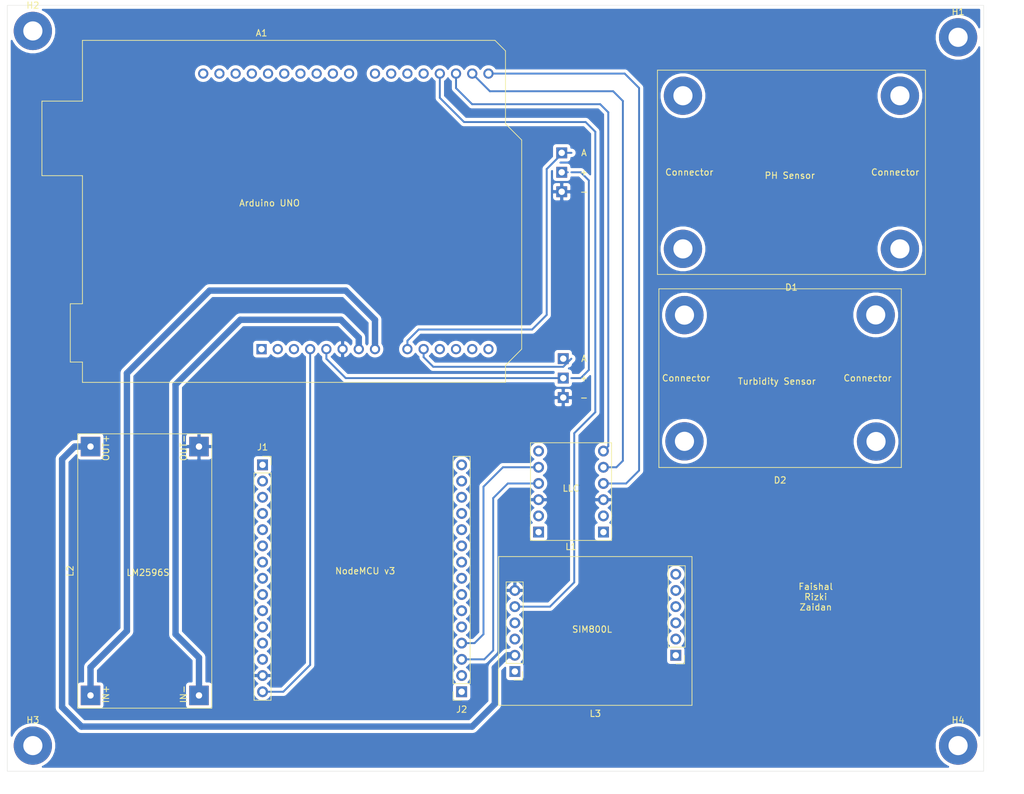
<source format=kicad_pcb>
(kicad_pcb (version 20171130) (host pcbnew "(5.1.10)-1")

  (general
    (thickness 1.6)
    (drawings 14)
    (tracks 82)
    (zones 0)
    (modules 12)
    (nets 75)
  )

  (page A4)
  (layers
    (0 F.Cu signal)
    (31 B.Cu signal)
    (32 B.Adhes user)
    (33 F.Adhes user)
    (34 B.Paste user)
    (35 F.Paste user)
    (36 B.SilkS user)
    (37 F.SilkS user)
    (38 B.Mask user)
    (39 F.Mask user)
    (40 Dwgs.User user)
    (41 Cmts.User user)
    (42 Eco1.User user)
    (43 Eco2.User user)
    (44 Edge.Cuts user)
    (45 Margin user)
    (46 B.CrtYd user)
    (47 F.CrtYd user)
    (48 B.Fab user)
    (49 F.Fab user)
  )

  (setup
    (last_trace_width 1)
    (user_trace_width 0.3)
    (user_trace_width 1)
    (trace_clearance 0.2)
    (zone_clearance 0.508)
    (zone_45_only no)
    (trace_min 0.2)
    (via_size 0.8)
    (via_drill 0.4)
    (via_min_size 0.4)
    (via_min_drill 0.3)
    (uvia_size 0.3)
    (uvia_drill 0.1)
    (uvias_allowed no)
    (uvia_min_size 0.2)
    (uvia_min_drill 0.1)
    (edge_width 0.05)
    (segment_width 0.2)
    (pcb_text_width 0.3)
    (pcb_text_size 1.5 1.5)
    (mod_edge_width 0.12)
    (mod_text_size 1 1)
    (mod_text_width 0.15)
    (pad_size 1.524 1.524)
    (pad_drill 0.762)
    (pad_to_mask_clearance 0)
    (aux_axis_origin 0 0)
    (visible_elements 7FFFFFFF)
    (pcbplotparams
      (layerselection 0x010fc_ffffffff)
      (usegerberextensions false)
      (usegerberattributes true)
      (usegerberadvancedattributes true)
      (creategerberjobfile true)
      (excludeedgelayer true)
      (linewidth 0.100000)
      (plotframeref false)
      (viasonmask false)
      (mode 1)
      (useauxorigin false)
      (hpglpennumber 1)
      (hpglpenspeed 20)
      (hpglpendiameter 15.000000)
      (psnegative false)
      (psa4output false)
      (plotreference true)
      (plotvalue true)
      (plotinvisibletext false)
      (padsonsilk false)
      (subtractmaskfromsilk false)
      (outputformat 1)
      (mirror false)
      (drillshape 0)
      (scaleselection 1)
      (outputdirectory "GBR/"))
  )

  (net 0 "")
  (net 1 "Net-(A1-Pad20)")
  (net 2 "Net-(A1-Pad28)")
  (net 3 "Net-(A1-Pad24)")
  (net 4 "Net-(A1-Pad29)")
  (net 5 "Net-(A1-Pad30)")
  (net 6 "Net-(A1-Pad15)")
  (net 7 "Net-(A1-Pad22)")
  (net 8 "Net-(A1-Pad21)")
  (net 9 "Net-(A1-Pad18)")
  (net 10 "Net-(A1-Pad16)")
  (net 11 "Net-(A1-Pad17)")
  (net 12 "Net-(A1-Pad19)")
  (net 13 "Net-(A1-Pad31)")
  (net 14 "Net-(A1-Pad32)")
  (net 15 "Net-(A1-Pad26)")
  (net 16 "Net-(A1-Pad25)")
  (net 17 "Net-(A1-Pad23)")
  (net 18 "Net-(A1-Pad27)")
  (net 19 "Net-(A1-Pad2)")
  (net 20 +12V)
  (net 21 "Net-(A1-Pad1)")
  (net 22 GND)
  (net 23 "Net-(A1-Pad3)")
  (net 24 GND1)
  (net 25 "Net-(A1-Pad14)")
  (net 26 +3V3)
  (net 27 +5V)
  (net 28 "Net-(A1-Pad11)")
  (net 29 "Net-(A1-Pad9)")
  (net 30 "Net-(A1-Pad10)")
  (net 31 "Net-(A1-Pad12)")
  (net 32 "Net-(A1-Pad13)")
  (net 33 "Net-(J1-Pad13)")
  (net 34 "Net-(J1-Pad12)")
  (net 35 "Net-(J1-Pad11)")
  (net 36 "Net-(J1-Pad10)")
  (net 37 "Net-(J1-Pad9)")
  (net 38 "Net-(J1-Pad8)")
  (net 39 "Net-(J1-Pad7)")
  (net 40 "Net-(J1-Pad6)")
  (net 41 "Net-(J1-Pad5)")
  (net 42 "Net-(J1-Pad4)")
  (net 43 "Net-(J1-Pad3)")
  (net 44 "Net-(J1-Pad2)")
  (net 45 "Net-(J1-Pad1)")
  (net 46 "Net-(J2-Pad15)")
  (net 47 "Net-(J2-Pad14)")
  (net 48 "Net-(J2-Pad13)")
  (net 49 "Net-(J2-Pad12)")
  (net 50 "Net-(J2-Pad11)")
  (net 51 "Net-(J2-Pad10)")
  (net 52 "Net-(J2-Pad9)")
  (net 53 "Net-(J2-Pad8)")
  (net 54 "Net-(J2-Pad7)")
  (net 55 "Net-(J2-Pad6)")
  (net 56 "Net-(J2-Pad5)")
  (net 57 "Net-(J2-Pad4)")
  (net 58 "Net-(J2-Pad3)")
  (net 59 "Net-(J2-Pad2)")
  (net 60 "Net-(J2-Pad1)")
  (net 61 "Net-(L1-Pad2)")
  (net 62 "Net-(L1-Pad1)")
  (net 63 "Net-(L1-Pad6)")
  (net 64 "Net-(L1-Pad7)")
  (net 65 "Net-(L1-Pad8)")
  (net 66 +4V)
  (net 67 "Net-(L3-Pad1)")
  (net 68 "Net-(L3-Pad3)")
  (net 69 "Net-(L3-Pad12)")
  (net 70 "Net-(L3-Pad10)")
  (net 71 "Net-(L3-Pad8)")
  (net 72 "Net-(L3-Pad7)")
  (net 73 "Net-(L3-Pad11)")
  (net 74 "Net-(L3-Pad9)")

  (net_class Default "This is the default net class."
    (clearance 0.2)
    (trace_width 0.25)
    (via_dia 0.8)
    (via_drill 0.4)
    (uvia_dia 0.3)
    (uvia_drill 0.1)
    (add_net +12V)
    (add_net +3V3)
    (add_net +4V)
    (add_net +5V)
    (add_net GND)
    (add_net GND1)
    (add_net "Net-(A1-Pad1)")
    (add_net "Net-(A1-Pad10)")
    (add_net "Net-(A1-Pad11)")
    (add_net "Net-(A1-Pad12)")
    (add_net "Net-(A1-Pad13)")
    (add_net "Net-(A1-Pad14)")
    (add_net "Net-(A1-Pad15)")
    (add_net "Net-(A1-Pad16)")
    (add_net "Net-(A1-Pad17)")
    (add_net "Net-(A1-Pad18)")
    (add_net "Net-(A1-Pad19)")
    (add_net "Net-(A1-Pad2)")
    (add_net "Net-(A1-Pad20)")
    (add_net "Net-(A1-Pad21)")
    (add_net "Net-(A1-Pad22)")
    (add_net "Net-(A1-Pad23)")
    (add_net "Net-(A1-Pad24)")
    (add_net "Net-(A1-Pad25)")
    (add_net "Net-(A1-Pad26)")
    (add_net "Net-(A1-Pad27)")
    (add_net "Net-(A1-Pad28)")
    (add_net "Net-(A1-Pad29)")
    (add_net "Net-(A1-Pad3)")
    (add_net "Net-(A1-Pad30)")
    (add_net "Net-(A1-Pad31)")
    (add_net "Net-(A1-Pad32)")
    (add_net "Net-(A1-Pad9)")
    (add_net "Net-(J1-Pad1)")
    (add_net "Net-(J1-Pad10)")
    (add_net "Net-(J1-Pad11)")
    (add_net "Net-(J1-Pad12)")
    (add_net "Net-(J1-Pad13)")
    (add_net "Net-(J1-Pad2)")
    (add_net "Net-(J1-Pad3)")
    (add_net "Net-(J1-Pad4)")
    (add_net "Net-(J1-Pad5)")
    (add_net "Net-(J1-Pad6)")
    (add_net "Net-(J1-Pad7)")
    (add_net "Net-(J1-Pad8)")
    (add_net "Net-(J1-Pad9)")
    (add_net "Net-(J2-Pad1)")
    (add_net "Net-(J2-Pad10)")
    (add_net "Net-(J2-Pad11)")
    (add_net "Net-(J2-Pad12)")
    (add_net "Net-(J2-Pad13)")
    (add_net "Net-(J2-Pad14)")
    (add_net "Net-(J2-Pad15)")
    (add_net "Net-(J2-Pad2)")
    (add_net "Net-(J2-Pad3)")
    (add_net "Net-(J2-Pad4)")
    (add_net "Net-(J2-Pad5)")
    (add_net "Net-(J2-Pad6)")
    (add_net "Net-(J2-Pad7)")
    (add_net "Net-(J2-Pad8)")
    (add_net "Net-(J2-Pad9)")
    (add_net "Net-(L1-Pad1)")
    (add_net "Net-(L1-Pad2)")
    (add_net "Net-(L1-Pad6)")
    (add_net "Net-(L1-Pad7)")
    (add_net "Net-(L1-Pad8)")
    (add_net "Net-(L3-Pad1)")
    (add_net "Net-(L3-Pad10)")
    (add_net "Net-(L3-Pad11)")
    (add_net "Net-(L3-Pad12)")
    (add_net "Net-(L3-Pad3)")
    (add_net "Net-(L3-Pad7)")
    (add_net "Net-(L3-Pad8)")
    (add_net "Net-(L3-Pad9)")
  )

  (module tes_pers:SIM800L (layer F.Cu) (tedit 61DEC174) (tstamp 61DF5161)
    (at 150.622 130.048 180)
    (path /61DED9A1)
    (fp_text reference L3 (at 0 -12.954) (layer F.SilkS)
      (effects (font (size 1 1) (thickness 0.15)))
    )
    (fp_text value SIM800L (at 0 0) (layer F.Fab)
      (effects (font (size 1 1) (thickness 0.15)))
    )
    (fp_line (start -14.09 -2.54) (end -14.09 10.22) (layer F.SilkS) (width 0.12))
    (fp_line (start -13.97 -3.81) (end -13.97 -5.14) (layer F.SilkS) (width 0.12))
    (fp_line (start -14.09 -2.54) (end -11.43 -2.54) (layer F.SilkS) (width 0.12))
    (fp_line (start -13.335 -5.08) (end -11.43 -5.08) (layer F.Fab) (width 0.1))
    (fp_line (start -11.43 10.16) (end -13.97 10.16) (layer F.Fab) (width 0.1))
    (fp_line (start -11.43 -2.54) (end -11.43 10.22) (layer F.SilkS) (width 0.12))
    (fp_line (start -11.43 -5.08) (end -11.43 10.16) (layer F.Fab) (width 0.1))
    (fp_line (start -13.97 -5.14) (end -12.64 -5.14) (layer F.SilkS) (width 0.12))
    (fp_line (start -13.97 -4.445) (end -13.335 -5.08) (layer F.Fab) (width 0.1))
    (fp_line (start -13.97 10.16) (end -13.97 -4.445) (layer F.Fab) (width 0.1))
    (fp_line (start -14.09 10.22) (end -11.43 10.22) (layer F.SilkS) (width 0.12))
    (fp_line (start -15.15 11.65) (end -15.15 -11.65) (layer F.SilkS) (width 0.12))
    (fp_line (start 15.15 11.65) (end -15.15 11.65) (layer F.SilkS) (width 0.12))
    (fp_line (start 15.15 -11.65) (end 15.15 11.65) (layer F.SilkS) (width 0.12))
    (fp_line (start -15.15 -11.65) (end 15.15 -11.65) (layer F.SilkS) (width 0.12))
    (fp_line (start 11.31 7.68) (end 13.97 7.68) (layer F.SilkS) (width 0.12))
    (fp_line (start 11.43 7.62) (end 11.43 -6.985) (layer F.Fab) (width 0.1))
    (fp_line (start 11.43 -6.985) (end 12.065 -7.62) (layer F.Fab) (width 0.1))
    (fp_line (start 11.43 -7.68) (end 12.76 -7.68) (layer F.SilkS) (width 0.12))
    (fp_line (start 13.97 -7.62) (end 13.97 7.62) (layer F.Fab) (width 0.1))
    (fp_line (start 13.97 -5.08) (end 13.97 7.68) (layer F.SilkS) (width 0.12))
    (fp_line (start 13.97 7.62) (end 11.43 7.62) (layer F.Fab) (width 0.1))
    (fp_line (start 12.065 -7.62) (end 13.97 -7.62) (layer F.Fab) (width 0.1))
    (fp_line (start 11.31 -5.08) (end 13.97 -5.08) (layer F.SilkS) (width 0.12))
    (fp_line (start 11.43 -6.35) (end 11.43 -7.68) (layer F.SilkS) (width 0.12))
    (fp_line (start 11.31 -5.08) (end 11.31 7.68) (layer F.SilkS) (width 0.12))
    (pad 6 thru_hole oval (at 12.61 6.35 180) (size 1.7 1.7) (drill 1) (layers *.Cu *.Mask)
      (net 22 GND))
    (pad 4 thru_hole oval (at 12.61 1.27 180) (size 1.7 1.7) (drill 1) (layers *.Cu *.Mask)
      (net 63 "Net-(L1-Pad6)"))
    (pad 2 thru_hole oval (at 12.61 -3.81 180) (size 1.7 1.7) (drill 1) (layers *.Cu *.Mask)
      (net 66 +4V))
    (pad 1 thru_hole rect (at 12.61 -6.35 180) (size 1.7 1.7) (drill 1) (layers *.Cu *.Mask)
      (net 67 "Net-(L3-Pad1)"))
    (pad 5 thru_hole oval (at 12.61 3.81 180) (size 1.7 1.7) (drill 1) (layers *.Cu *.Mask)
      (net 9 "Net-(A1-Pad18)"))
    (pad 3 thru_hole oval (at 12.61 -1.27 180) (size 1.7 1.7) (drill 1) (layers *.Cu *.Mask)
      (net 68 "Net-(L3-Pad3)"))
    (pad 12 thru_hole oval (at -12.61 8.89 180) (size 1.7 1.7) (drill 1) (layers *.Cu *.Mask)
      (net 69 "Net-(L3-Pad12)"))
    (pad 10 thru_hole oval (at -12.61 3.81 180) (size 1.7 1.7) (drill 1) (layers *.Cu *.Mask)
      (net 70 "Net-(L3-Pad10)"))
    (pad 8 thru_hole oval (at -12.61 -1.27 180) (size 1.7 1.7) (drill 1) (layers *.Cu *.Mask)
      (net 71 "Net-(L3-Pad8)"))
    (pad 7 thru_hole rect (at -12.61 -3.81 180) (size 1.7 1.7) (drill 1) (layers *.Cu *.Mask)
      (net 72 "Net-(L3-Pad7)"))
    (pad 11 thru_hole oval (at -12.61 6.35 180) (size 1.7 1.7) (drill 1) (layers *.Cu *.Mask)
      (net 73 "Net-(L3-Pad11)"))
    (pad 9 thru_hole oval (at -12.61 1.27 180) (size 1.7 1.7) (drill 1) (layers *.Cu *.Mask)
      (net 74 "Net-(L3-Pad9)"))
  )

  (module tes_pers:LM2596S (layer F.Cu) (tedit 61DEE74F) (tstamp 61DF7666)
    (at 80.01 120.65 90)
    (path /61DE5016)
    (fp_text reference L2 (at 0 -11.684 90) (layer F.SilkS)
      (effects (font (size 1 1) (thickness 0.15)))
    )
    (fp_text value LM2596S (at 0 12.192 90) (layer F.Fab)
      (effects (font (size 1 1) (thickness 0.15)))
    )
    (fp_line (start -21.5 -10.5) (end -21.5 10.5) (layer F.SilkS) (width 0.12))
    (fp_line (start -21.5 10.5) (end 21.5 10.5) (layer F.SilkS) (width 0.12))
    (fp_line (start 21.5 -10.5) (end 21.5 10.5) (layer F.SilkS) (width 0.12))
    (fp_line (start -21.5 -10.5) (end 21.5 -10.5) (layer F.SilkS) (width 0.12))
    (fp_text user IN+ (at -19.304 -6.096 90) (layer F.SilkS)
      (effects (font (size 1 1) (thickness 0.15)))
    )
    (fp_text user IN- (at -19.304 6.096 90) (layer F.SilkS)
      (effects (font (size 1 1) (thickness 0.15)))
    )
    (fp_text user OUT+ (at 19.304 -6.096 90) (layer F.SilkS)
      (effects (font (size 1 1) (thickness 0.15)))
    )
    (fp_text user OUT- (at 19.304 6.096 90) (layer F.SilkS)
      (effects (font (size 1 1) (thickness 0.15)))
    )
    (pad 1 thru_hole rect (at -19.5 -8.5 90) (size 3.048 3.048) (drill 1) (layers *.Cu *.Mask)
      (net 20 +12V))
    (pad 2 thru_hole rect (at -19.5 8.5 90) (size 3.048 3.048) (drill 1) (layers *.Cu *.Mask)
      (net 24 GND1))
    (pad 4 thru_hole rect (at 19.5 8.5 90) (size 3.048 3.048) (drill 1) (layers *.Cu *.Mask)
      (net 22 GND))
    (pad 3 thru_hole rect (at 19.5 -8.5 90) (size 3.048 3.048) (drill 1) (layers *.Cu *.Mask)
      (net 66 +4V))
  )

  (module tes_pers:LLC (layer F.Cu) (tedit 61DEC139) (tstamp 61DF761D)
    (at 146.812 108.204 180)
    (path /61DE54BE)
    (fp_text reference L1 (at 0 -8.644) (layer F.SilkS)
      (effects (font (size 1 1) (thickness 0.15)))
    )
    (fp_text value LLC (at 0 8.636) (layer F.Fab)
      (effects (font (size 1 1) (thickness 0.15)))
    )
    (fp_line (start 6.35 7.65) (end -6.35 7.65) (layer F.SilkS) (width 0.12))
    (fp_line (start 6.35 -7.65) (end 6.35 7.65) (layer F.SilkS) (width 0.12))
    (fp_line (start -6.35 -7.65) (end 6.35 -7.65) (layer F.SilkS) (width 0.12))
    (fp_line (start -6.35 -7.65) (end -6.35 7.65) (layer F.SilkS) (width 0.12))
    (fp_line (start -6.35 -6.985) (end -5.715 -7.62) (layer F.Fab) (width 0.1))
    (fp_line (start -6.35 7.62) (end -6.35 -6.985) (layer F.Fab) (width 0.1))
    (fp_line (start -3.81 7.62) (end -6.35 7.62) (layer F.Fab) (width 0.1))
    (fp_line (start -3.81 -7.62) (end -3.81 7.62) (layer F.Fab) (width 0.1))
    (fp_line (start -5.715 -7.62) (end -3.81 -7.62) (layer F.Fab) (width 0.1))
    (fp_line (start 6.35 7.62) (end 3.81 7.62) (layer F.Fab) (width 0.1))
    (fp_line (start 4.445 -7.62) (end 6.35 -7.62) (layer F.Fab) (width 0.1))
    (fp_line (start 3.81 -6.985) (end 4.445 -7.62) (layer F.Fab) (width 0.1))
    (fp_line (start 3.81 7.62) (end 3.81 -6.985) (layer F.Fab) (width 0.1))
    (fp_line (start 6.35 -7.62) (end 6.35 7.62) (layer F.Fab) (width 0.1))
    (pad 2 thru_hole oval (at 5.08 -3.81 180) (size 1.7 1.7) (drill 1) (layers *.Cu *.Mask)
      (net 61 "Net-(L1-Pad2)"))
    (pad 1 thru_hole rect (at 5.08 -6.35 180) (size 1.7 1.7) (drill 1) (layers *.Cu *.Mask)
      (net 62 "Net-(L1-Pad1)"))
    (pad 5 thru_hole oval (at 5.08 3.81 180) (size 1.7 1.7) (drill 1) (layers *.Cu *.Mask)
      (net 57 "Net-(J2-Pad4)"))
    (pad 3 thru_hole oval (at 5.08 -1.27 180) (size 1.7 1.7) (drill 1) (layers *.Cu *.Mask)
      (net 22 GND))
    (pad 6 thru_hole oval (at 5.08 6.35 180) (size 1.7 1.7) (drill 1) (layers *.Cu *.Mask)
      (net 63 "Net-(L1-Pad6)"))
    (pad 4 thru_hole oval (at 5.08 1.27 180) (size 1.7 1.7) (drill 1) (layers *.Cu *.Mask)
      (net 58 "Net-(J2-Pad3)"))
    (pad 9 thru_hole oval (at -5.08 -1.27 180) (size 1.7 1.7) (drill 1) (layers *.Cu *.Mask)
      (net 22 GND))
    (pad 11 thru_hole oval (at -5.08 3.81 180) (size 1.7 1.7) (drill 1) (layers *.Cu *.Mask)
      (net 10 "Net-(A1-Pad16)"))
    (pad 7 thru_hole rect (at -5.08 -6.35 180) (size 1.7 1.7) (drill 1) (layers *.Cu *.Mask)
      (net 64 "Net-(L1-Pad7)"))
    (pad 12 thru_hole oval (at -5.08 6.35 180) (size 1.7 1.7) (drill 1) (layers *.Cu *.Mask)
      (net 11 "Net-(A1-Pad17)"))
    (pad 8 thru_hole oval (at -5.08 -3.81 180) (size 1.7 1.7) (drill 1) (layers *.Cu *.Mask)
      (net 65 "Net-(L1-Pad8)"))
    (pad 10 thru_hole oval (at -5.08 1.27 180) (size 1.7 1.7) (drill 1) (layers *.Cu *.Mask)
      (net 6 "Net-(A1-Pad15)"))
  )

  (module Connector_PinSocket_2.54mm:PinSocket_1x15_P2.54mm_Vertical (layer F.Cu) (tedit 5A19A41D) (tstamp 61DF75BC)
    (at 129.674 139.574 180)
    (descr "Through hole straight socket strip, 1x15, 2.54mm pitch, single row (from Kicad 4.0.7), script generated")
    (tags "Through hole socket strip THT 1x15 2.54mm single row")
    (path /61DF2AAE)
    (fp_text reference J2 (at 0 -2.77) (layer F.SilkS)
      (effects (font (size 1 1) (thickness 0.15)))
    )
    (fp_text value Conn_01x15_Female (at 0 38.33) (layer F.Fab)
      (effects (font (size 1 1) (thickness 0.15)))
    )
    (fp_line (start -1.8 37.3) (end -1.8 -1.8) (layer F.CrtYd) (width 0.05))
    (fp_line (start 1.75 37.3) (end -1.8 37.3) (layer F.CrtYd) (width 0.05))
    (fp_line (start 1.75 -1.8) (end 1.75 37.3) (layer F.CrtYd) (width 0.05))
    (fp_line (start -1.8 -1.8) (end 1.75 -1.8) (layer F.CrtYd) (width 0.05))
    (fp_line (start 0 -1.33) (end 1.33 -1.33) (layer F.SilkS) (width 0.12))
    (fp_line (start 1.33 -1.33) (end 1.33 0) (layer F.SilkS) (width 0.12))
    (fp_line (start 1.33 1.27) (end 1.33 36.89) (layer F.SilkS) (width 0.12))
    (fp_line (start -1.33 36.89) (end 1.33 36.89) (layer F.SilkS) (width 0.12))
    (fp_line (start -1.33 1.27) (end -1.33 36.89) (layer F.SilkS) (width 0.12))
    (fp_line (start -1.33 1.27) (end 1.33 1.27) (layer F.SilkS) (width 0.12))
    (fp_line (start -1.27 36.83) (end -1.27 -1.27) (layer F.Fab) (width 0.1))
    (fp_line (start 1.27 36.83) (end -1.27 36.83) (layer F.Fab) (width 0.1))
    (fp_line (start 1.27 -0.635) (end 1.27 36.83) (layer F.Fab) (width 0.1))
    (fp_line (start 0.635 -1.27) (end 1.27 -0.635) (layer F.Fab) (width 0.1))
    (fp_line (start -1.27 -1.27) (end 0.635 -1.27) (layer F.Fab) (width 0.1))
    (fp_text user %R (at 0 17.78 90) (layer F.Fab)
      (effects (font (size 1 1) (thickness 0.15)))
    )
    (pad 15 thru_hole oval (at 0 35.56 180) (size 1.7 1.7) (drill 1) (layers *.Cu *.Mask)
      (net 46 "Net-(J2-Pad15)"))
    (pad 14 thru_hole oval (at 0 33.02 180) (size 1.7 1.7) (drill 1) (layers *.Cu *.Mask)
      (net 47 "Net-(J2-Pad14)"))
    (pad 13 thru_hole oval (at 0 30.48 180) (size 1.7 1.7) (drill 1) (layers *.Cu *.Mask)
      (net 48 "Net-(J2-Pad13)"))
    (pad 12 thru_hole oval (at 0 27.94 180) (size 1.7 1.7) (drill 1) (layers *.Cu *.Mask)
      (net 49 "Net-(J2-Pad12)"))
    (pad 11 thru_hole oval (at 0 25.4 180) (size 1.7 1.7) (drill 1) (layers *.Cu *.Mask)
      (net 50 "Net-(J2-Pad11)"))
    (pad 10 thru_hole oval (at 0 22.86 180) (size 1.7 1.7) (drill 1) (layers *.Cu *.Mask)
      (net 51 "Net-(J2-Pad10)"))
    (pad 9 thru_hole oval (at 0 20.32 180) (size 1.7 1.7) (drill 1) (layers *.Cu *.Mask)
      (net 52 "Net-(J2-Pad9)"))
    (pad 8 thru_hole oval (at 0 17.78 180) (size 1.7 1.7) (drill 1) (layers *.Cu *.Mask)
      (net 53 "Net-(J2-Pad8)"))
    (pad 7 thru_hole oval (at 0 15.24 180) (size 1.7 1.7) (drill 1) (layers *.Cu *.Mask)
      (net 54 "Net-(J2-Pad7)"))
    (pad 6 thru_hole oval (at 0 12.7 180) (size 1.7 1.7) (drill 1) (layers *.Cu *.Mask)
      (net 55 "Net-(J2-Pad6)"))
    (pad 5 thru_hole oval (at 0 10.16 180) (size 1.7 1.7) (drill 1) (layers *.Cu *.Mask)
      (net 56 "Net-(J2-Pad5)"))
    (pad 4 thru_hole oval (at 0 7.62 180) (size 1.7 1.7) (drill 1) (layers *.Cu *.Mask)
      (net 57 "Net-(J2-Pad4)"))
    (pad 3 thru_hole oval (at 0 5.08 180) (size 1.7 1.7) (drill 1) (layers *.Cu *.Mask)
      (net 58 "Net-(J2-Pad3)"))
    (pad 2 thru_hole oval (at 0 2.54 180) (size 1.7 1.7) (drill 1) (layers *.Cu *.Mask)
      (net 59 "Net-(J2-Pad2)"))
    (pad 1 thru_hole rect (at 0 0 180) (size 1.7 1.7) (drill 1) (layers *.Cu *.Mask)
      (net 60 "Net-(J2-Pad1)"))
    (model ${KISYS3DMOD}/Connector_PinSocket_2.54mm.3dshapes/PinSocket_1x15_P2.54mm_Vertical.wrl
      (at (xyz 0 0 0))
      (scale (xyz 1 1 1))
      (rotate (xyz 0 0 0))
    )
  )

  (module Connector_PinSocket_2.54mm:PinSocket_1x15_P2.54mm_Vertical (layer F.Cu) (tedit 5A19A41D) (tstamp 61DF7556)
    (at 98.474 104.014)
    (descr "Through hole straight socket strip, 1x15, 2.54mm pitch, single row (from Kicad 4.0.7), script generated")
    (tags "Through hole socket strip THT 1x15 2.54mm single row")
    (path /61DF51B9)
    (fp_text reference J1 (at 0 -2.77) (layer F.SilkS)
      (effects (font (size 1 1) (thickness 0.15)))
    )
    (fp_text value Conn_01x15_Female (at 0 38.33) (layer F.Fab)
      (effects (font (size 1 1) (thickness 0.15)))
    )
    (fp_line (start -1.8 37.3) (end -1.8 -1.8) (layer F.CrtYd) (width 0.05))
    (fp_line (start 1.75 37.3) (end -1.8 37.3) (layer F.CrtYd) (width 0.05))
    (fp_line (start 1.75 -1.8) (end 1.75 37.3) (layer F.CrtYd) (width 0.05))
    (fp_line (start -1.8 -1.8) (end 1.75 -1.8) (layer F.CrtYd) (width 0.05))
    (fp_line (start 0 -1.33) (end 1.33 -1.33) (layer F.SilkS) (width 0.12))
    (fp_line (start 1.33 -1.33) (end 1.33 0) (layer F.SilkS) (width 0.12))
    (fp_line (start 1.33 1.27) (end 1.33 36.89) (layer F.SilkS) (width 0.12))
    (fp_line (start -1.33 36.89) (end 1.33 36.89) (layer F.SilkS) (width 0.12))
    (fp_line (start -1.33 1.27) (end -1.33 36.89) (layer F.SilkS) (width 0.12))
    (fp_line (start -1.33 1.27) (end 1.33 1.27) (layer F.SilkS) (width 0.12))
    (fp_line (start -1.27 36.83) (end -1.27 -1.27) (layer F.Fab) (width 0.1))
    (fp_line (start 1.27 36.83) (end -1.27 36.83) (layer F.Fab) (width 0.1))
    (fp_line (start 1.27 -0.635) (end 1.27 36.83) (layer F.Fab) (width 0.1))
    (fp_line (start 0.635 -1.27) (end 1.27 -0.635) (layer F.Fab) (width 0.1))
    (fp_line (start -1.27 -1.27) (end 0.635 -1.27) (layer F.Fab) (width 0.1))
    (fp_text user %R (at 0 17.78 90) (layer F.Fab)
      (effects (font (size 1 1) (thickness 0.15)))
    )
    (pad 15 thru_hole oval (at 0 35.56) (size 1.7 1.7) (drill 1) (layers *.Cu *.Mask)
      (net 26 +3V3))
    (pad 14 thru_hole oval (at 0 33.02) (size 1.7 1.7) (drill 1) (layers *.Cu *.Mask)
      (net 22 GND))
    (pad 13 thru_hole oval (at 0 30.48) (size 1.7 1.7) (drill 1) (layers *.Cu *.Mask)
      (net 33 "Net-(J1-Pad13)"))
    (pad 12 thru_hole oval (at 0 27.94) (size 1.7 1.7) (drill 1) (layers *.Cu *.Mask)
      (net 34 "Net-(J1-Pad12)"))
    (pad 11 thru_hole oval (at 0 25.4) (size 1.7 1.7) (drill 1) (layers *.Cu *.Mask)
      (net 35 "Net-(J1-Pad11)"))
    (pad 10 thru_hole oval (at 0 22.86) (size 1.7 1.7) (drill 1) (layers *.Cu *.Mask)
      (net 36 "Net-(J1-Pad10)"))
    (pad 9 thru_hole oval (at 0 20.32) (size 1.7 1.7) (drill 1) (layers *.Cu *.Mask)
      (net 37 "Net-(J1-Pad9)"))
    (pad 8 thru_hole oval (at 0 17.78) (size 1.7 1.7) (drill 1) (layers *.Cu *.Mask)
      (net 38 "Net-(J1-Pad8)"))
    (pad 7 thru_hole oval (at 0 15.24) (size 1.7 1.7) (drill 1) (layers *.Cu *.Mask)
      (net 39 "Net-(J1-Pad7)"))
    (pad 6 thru_hole oval (at 0 12.7) (size 1.7 1.7) (drill 1) (layers *.Cu *.Mask)
      (net 40 "Net-(J1-Pad6)"))
    (pad 5 thru_hole oval (at 0 10.16) (size 1.7 1.7) (drill 1) (layers *.Cu *.Mask)
      (net 41 "Net-(J1-Pad5)"))
    (pad 4 thru_hole oval (at 0 7.62) (size 1.7 1.7) (drill 1) (layers *.Cu *.Mask)
      (net 42 "Net-(J1-Pad4)"))
    (pad 3 thru_hole oval (at 0 5.08) (size 1.7 1.7) (drill 1) (layers *.Cu *.Mask)
      (net 43 "Net-(J1-Pad3)"))
    (pad 2 thru_hole oval (at 0 2.54) (size 1.7 1.7) (drill 1) (layers *.Cu *.Mask)
      (net 44 "Net-(J1-Pad2)"))
    (pad 1 thru_hole rect (at 0 0) (size 1.7 1.7) (drill 1) (layers *.Cu *.Mask)
      (net 45 "Net-(J1-Pad1)"))
    (model ${KISYS3DMOD}/Connector_PinSocket_2.54mm.3dshapes/PinSocket_1x15_P2.54mm_Vertical.wrl
      (at (xyz 0 0 0))
      (scale (xyz 1 1 1))
      (rotate (xyz 0 0 0))
    )
  )

  (module MountingHole:MountingHole_3mm_Pad (layer F.Cu) (tedit 56D1B4CB) (tstamp 61DF50C3)
    (at 207.474 148.014)
    (descr "Mounting Hole 3mm")
    (tags "mounting hole 3mm")
    (path /61E5BE7A)
    (attr virtual)
    (fp_text reference H4 (at 0 -4) (layer F.SilkS)
      (effects (font (size 1 1) (thickness 0.15)))
    )
    (fp_text value MountingHole (at 0 4) (layer F.Fab)
      (effects (font (size 1 1) (thickness 0.15)))
    )
    (fp_circle (center 0 0) (end 3.25 0) (layer F.CrtYd) (width 0.05))
    (fp_circle (center 0 0) (end 3 0) (layer Cmts.User) (width 0.15))
    (fp_text user %R (at 0.3 0) (layer F.Fab)
      (effects (font (size 1 1) (thickness 0.15)))
    )
    (pad 1 thru_hole circle (at 0 0) (size 6 6) (drill 3) (layers *.Cu *.Mask))
  )

  (module MountingHole:MountingHole_3mm_Pad (layer F.Cu) (tedit 56D1B4CB) (tstamp 61DF50BB)
    (at 62.474 148.014)
    (descr "Mounting Hole 3mm")
    (tags "mounting hole 3mm")
    (path /61E5B416)
    (attr virtual)
    (fp_text reference H3 (at 0 -4) (layer F.SilkS)
      (effects (font (size 1 1) (thickness 0.15)))
    )
    (fp_text value MountingHole (at 0 4) (layer F.Fab)
      (effects (font (size 1 1) (thickness 0.15)))
    )
    (fp_circle (center 0 0) (end 3.25 0) (layer F.CrtYd) (width 0.05))
    (fp_circle (center 0 0) (end 3 0) (layer Cmts.User) (width 0.15))
    (fp_text user %R (at 0.3 0) (layer F.Fab)
      (effects (font (size 1 1) (thickness 0.15)))
    )
    (pad 1 thru_hole circle (at 0 0) (size 6 6) (drill 3) (layers *.Cu *.Mask))
  )

  (module MountingHole:MountingHole_3mm_Pad (layer F.Cu) (tedit 56D1B4CB) (tstamp 61DF50B3)
    (at 62.474 36.014)
    (descr "Mounting Hole 3mm")
    (tags "mounting hole 3mm")
    (path /61E5A9B1)
    (attr virtual)
    (fp_text reference H2 (at 0 -4) (layer F.SilkS)
      (effects (font (size 1 1) (thickness 0.15)))
    )
    (fp_text value MountingHole (at 0 4) (layer F.Fab)
      (effects (font (size 1 1) (thickness 0.15)))
    )
    (fp_circle (center 0 0) (end 3.25 0) (layer F.CrtYd) (width 0.05))
    (fp_circle (center 0 0) (end 3 0) (layer Cmts.User) (width 0.15))
    (fp_text user %R (at 0.3 0) (layer F.Fab)
      (effects (font (size 1 1) (thickness 0.15)))
    )
    (pad 1 thru_hole circle (at 0 0) (size 6 6) (drill 3) (layers *.Cu *.Mask))
  )

  (module MountingHole:MountingHole_3mm_Pad (layer F.Cu) (tedit 56D1B4CB) (tstamp 61DF50AB)
    (at 207.474 37.014)
    (descr "Mounting Hole 3mm")
    (tags "mounting hole 3mm")
    (path /61E5A6D1)
    (attr virtual)
    (fp_text reference H1 (at 0 -4) (layer F.SilkS)
      (effects (font (size 1 1) (thickness 0.15)))
    )
    (fp_text value MountingHole (at 0 4) (layer F.Fab)
      (effects (font (size 1 1) (thickness 0.15)))
    )
    (fp_circle (center 0 0) (end 3.25 0) (layer F.CrtYd) (width 0.05))
    (fp_circle (center 0 0) (end 3 0) (layer Cmts.User) (width 0.15))
    (fp_text user %R (at 0.3 0) (layer F.Fab)
      (effects (font (size 1 1) (thickness 0.15)))
    )
    (pad 1 thru_hole circle (at 0 0) (size 6 6) (drill 3) (layers *.Cu *.Mask))
  )

  (module tes_pers:dfrobot_turbidity (layer F.Cu) (tedit 61DEE49F) (tstamp 61DF50A3)
    (at 179.578 90.424 180)
    (path /61DE4AE9)
    (fp_text reference D2 (at 0 -16.002) (layer F.SilkS)
      (effects (font (size 1 1) (thickness 0.15)))
    )
    (fp_text value dfrobot_turbidity (at 0 16.002) (layer F.Fab)
      (effects (font (size 1 1) (thickness 0.15)))
    )
    (fp_line (start -19 -14) (end 19 -14) (layer F.SilkS) (width 0.12))
    (fp_line (start 19 -14) (end 19 14) (layer F.SilkS) (width 0.12))
    (fp_line (start -19 14) (end 19 14) (layer F.SilkS) (width 0.12))
    (fp_line (start -19 -14) (end -19 14) (layer F.SilkS) (width 0.12))
    (fp_text user - (at 30.734 -3.048) (layer F.SilkS)
      (effects (font (size 1 1) (thickness 0.15)))
    )
    (fp_text user A (at 30.734 3.048) (layer F.SilkS)
      (effects (font (size 1 1) (thickness 0.15)))
    )
    (fp_text user + (at 30.734 0) (layer F.SilkS)
      (effects (font (size 1 1) (thickness 0.15)))
    )
    (fp_text user Connector (at -13.716 0) (layer F.SilkS)
      (effects (font (size 1 1) (thickness 0.15)))
    )
    (fp_text user Connector (at 14.732 0) (layer F.SilkS)
      (effects (font (size 1 1) (thickness 0.15)))
    )
    (pad 2 thru_hole rect (at 33.984 0 180) (size 1.7 1.7) (drill 1) (layers *.Cu *.Mask)
      (net 27 +5V))
    (pad 1 thru_hole rect (at 33.984 -3.048 180) (size 1.7 1.7) (drill 1) (layers *.Cu *.Mask)
      (net 22 GND))
    (pad 3 thru_hole rect (at 33.984 3.048 180) (size 1.7 1.7) (drill 1) (layers *.Cu *.Mask)
      (net 30 "Net-(A1-Pad10)"))
    (pad 7 thru_hole circle (at 14.986 -9.906 180) (size 6 6) (drill 3) (layers *.Cu *.Mask))
    (pad 6 thru_hole circle (at 14.986 9.876 180) (size 6 6) (drill 3) (layers *.Cu *.Mask))
    (pad 4 thru_hole circle (at -15.036 -9.936 180) (size 6 6) (drill 3) (layers *.Cu *.Mask))
    (pad 5 thru_hole circle (at -14.986 9.906 180) (size 6 6) (drill 3) (layers *.Cu *.Mask))
  )

  (module tes_pers:dfrobot_ph (layer F.Cu) (tedit 61DF649A) (tstamp 61DF508F)
    (at 181.356 58.166 180)
    (path /61DE472D)
    (fp_text reference D1 (at 0 -18.034) (layer F.SilkS)
      (effects (font (size 1 1) (thickness 0.15)))
    )
    (fp_text value dfrobot_ph (at 0 17.272) (layer F.Fab)
      (effects (font (size 1 1) (thickness 0.15)))
    )
    (fp_line (start 21 -16) (end 21 16) (layer F.SilkS) (width 0.12))
    (fp_line (start -21 16) (end 21 16) (layer F.SilkS) (width 0.12))
    (fp_line (start -21 -16) (end -21 16) (layer F.SilkS) (width 0.12))
    (fp_line (start -21 -16) (end 21 -16) (layer F.SilkS) (width 0.12))
    (fp_text user - (at 32.512 -3.048) (layer F.SilkS)
      (effects (font (size 1 1) (thickness 0.15)))
    )
    (fp_text user + (at 32.512 0) (layer F.SilkS)
      (effects (font (size 1 1) (thickness 0.15)))
    )
    (fp_text user A (at 32.512 3.048) (layer F.SilkS)
      (effects (font (size 1 1) (thickness 0.15)))
    )
    (fp_text user Connector (at -16.256 0) (layer F.SilkS)
      (effects (font (size 1 1) (thickness 0.15)))
    )
    (fp_text user Connector (at 16.002 0) (layer F.SilkS)
      (effects (font (size 1 1) (thickness 0.15)))
    )
    (pad 3 thru_hole rect (at 36 3.048 180) (size 1.7 1.7) (drill 1) (layers *.Cu *.Mask)
      (net 29 "Net-(A1-Pad9)"))
    (pad 2 thru_hole rect (at 36 0 180) (size 1.7 1.7) (drill 1) (layers *.Cu *.Mask)
      (net 27 +5V))
    (pad 1 thru_hole rect (at 36 -3.048 180) (size 1.7 1.7) (drill 1) (layers *.Cu *.Mask)
      (net 22 GND))
    (pad 5 thru_hole circle (at -17 12 180) (size 6 6) (drill 3) (layers *.Cu *.Mask))
    (pad 6 thru_hole circle (at 17 12 180) (size 6 6) (drill 3) (layers *.Cu *.Mask))
    (pad 7 thru_hole circle (at 17 -12 180) (size 6 6) (drill 3) (layers *.Cu *.Mask))
    (pad 4 thru_hole circle (at -17 -12 180) (size 6 6) (drill 3) (layers *.Cu *.Mask))
  )

  (module tes_pers:Arduino (layer F.Cu) (tedit 61DED445) (tstamp 61DF507B)
    (at 98.313 40.158)
    (path /61DE8276)
    (fp_text reference A1 (at 0 -3.81) (layer F.SilkS)
      (effects (font (size 1 1) (thickness 0.15)))
    )
    (fp_text value Arduino_UNO_R3 (at 0 22.868) (layer F.Fab)
      (effects (font (size 1 1) (thickness 0.15)))
    )
    (fp_line (start -28.07 50.93) (end 38.23 50.93) (layer F.SilkS) (width 0.12))
    (fp_line (start -28.07 6.858) (end -34.42 6.858) (layer F.SilkS) (width 0.12))
    (fp_line (start 38.1 50.8) (end -27.94 50.8) (layer F.Fab) (width 0.1))
    (fp_line (start 40.77 12.95) (end 38.23 10.41) (layer F.SilkS) (width 0.12))
    (fp_line (start -29.84 38.74) (end -16.51 38.74) (layer F.Fab) (width 0.1))
    (fp_line (start -34.42 6.858) (end -34.42 18.538) (layer F.SilkS) (width 0.12))
    (fp_line (start -28.19 38.48) (end -28.19 18.67) (layer F.CrtYd) (width 0.05))
    (fp_line (start 38.35 -1.02) (end 38.35 10.41) (layer F.CrtYd) (width 0.05))
    (fp_line (start -28.07 -2.67) (end -28.07 6.86) (layer F.SilkS) (width 0.12))
    (fp_line (start -28.072 47.754) (end -29.972 47.754) (layer F.SilkS) (width 0.12))
    (fp_line (start -30.1 47.88) (end -30.1 38.48) (layer F.CrtYd) (width 0.05))
    (fp_line (start 36.576 -2.54) (end 38.096 -1.02) (layer F.Fab) (width 0.1))
    (fp_line (start -28.19 18.67) (end -34.54 18.67) (layer F.CrtYd) (width 0.05))
    (fp_line (start 38.23 50.93) (end 38.23 48.26) (layer F.SilkS) (width 0.12))
    (fp_line (start -29.972 38.608) (end -29.972 47.748) (layer F.SilkS) (width 0.12))
    (fp_line (start 38.23 10.41) (end 38.23 -1.02) (layer F.SilkS) (width 0.12))
    (fp_line (start -16.51 47.63) (end -29.84 47.63) (layer F.Fab) (width 0.1))
    (fp_line (start -18.41 18.418) (end -34.29 18.418) (layer F.Fab) (width 0.1))
    (fp_line (start -28.19 38.48) (end -30.1 38.48) (layer F.CrtYd) (width 0.05))
    (fp_line (start 40.77 45.72) (end 38.23 48.26) (layer F.SilkS) (width 0.12))
    (fp_line (start -29.97 38.608) (end -28.07 38.608) (layer F.SilkS) (width 0.12))
    (fp_line (start -34.42 18.538) (end -28.07 18.538) (layer F.SilkS) (width 0.12))
    (fp_line (start -28.19 6.73) (end -28.19 -2.79) (layer F.CrtYd) (width 0.05))
    (fp_line (start 38.354 48.26) (end 38.354 51.05) (layer F.CrtYd) (width 0.05))
    (fp_line (start 38.096 -1.02) (end 38.096 10.41) (layer F.Fab) (width 0.1))
    (fp_line (start -34.54 18.67) (end -34.54 6.73) (layer F.CrtYd) (width 0.05))
    (fp_line (start -34.29 6.988) (end -18.41 6.988) (layer F.Fab) (width 0.1))
    (fp_line (start -28.07 18.538) (end -28.07 38.608) (layer F.SilkS) (width 0.12))
    (fp_line (start -27.94 50.8) (end -27.94 -2.54) (layer F.Fab) (width 0.1))
    (fp_line (start -16.51 38.74) (end -16.51 47.63) (layer F.Fab) (width 0.1))
    (fp_line (start -28.07 47.75) (end -28.07 50.93) (layer F.SilkS) (width 0.12))
    (fp_line (start -30.1 47.88) (end -28.19 47.88) (layer F.CrtYd) (width 0.05))
    (fp_line (start -34.54 6.73) (end -28.19 6.73) (layer F.CrtYd) (width 0.05))
    (fp_line (start -28.07 -2.67) (end 36.58 -2.67) (layer F.SilkS) (width 0.12))
    (fp_line (start 38.23 -1.02) (end 36.58 -2.67) (layer F.SilkS) (width 0.12))
    (fp_line (start 40.64 12.95) (end 40.64 45.72) (layer F.Fab) (width 0.1))
    (fp_line (start 38.354 48.26) (end 40.894 45.72) (layer F.CrtYd) (width 0.05))
    (fp_line (start 40.894 12.95) (end 40.894 45.72) (layer F.CrtYd) (width 0.05))
    (fp_line (start 36.58 -2.54) (end -27.94 -2.54) (layer F.Fab) (width 0.1))
    (fp_line (start 38.1 48.26) (end 40.64 45.72) (layer F.Fab) (width 0.1))
    (fp_line (start 38.35 10.41) (end 40.89 12.95) (layer F.CrtYd) (width 0.05))
    (fp_line (start 36.58 -2.79) (end -28.19 -2.79) (layer F.CrtYd) (width 0.05))
    (fp_line (start 38.1 48.26) (end 38.1 50.8) (layer F.Fab) (width 0.1))
    (fp_line (start 36.58 -2.79) (end 38.35 -1.02) (layer F.CrtYd) (width 0.05))
    (fp_line (start -18.41 6.988) (end -18.41 18.418) (layer F.Fab) (width 0.1))
    (fp_line (start 38.096 10.41) (end 40.636 12.95) (layer F.Fab) (width 0.1))
    (fp_line (start -28.19 51.05) (end -28.19 47.88) (layer F.CrtYd) (width 0.05))
    (fp_line (start 38.35 51.05) (end -28.19 51.05) (layer F.CrtYd) (width 0.05))
    (fp_line (start -34.29 18.418) (end -34.29 6.988) (layer F.Fab) (width 0.1))
    (fp_line (start -29.84 47.63) (end -29.84 38.74) (layer F.Fab) (width 0.1))
    (fp_line (start 40.77 45.72) (end 40.77 12.95) (layer F.SilkS) (width 0.12))
    (pad 20 thru_hole oval (at 22.86 2.54 90) (size 1.6 1.6) (drill 1) (layers *.Cu *.Mask)
      (net 1 "Net-(A1-Pad20)"))
    (pad 28 thru_hole oval (at 1.02 2.54 90) (size 1.6 1.6) (drill 1) (layers *.Cu *.Mask)
      (net 2 "Net-(A1-Pad28)"))
    (pad 24 thru_hole oval (at 11.18 2.54 90) (size 1.6 1.6) (drill 1) (layers *.Cu *.Mask)
      (net 3 "Net-(A1-Pad24)"))
    (pad 29 thru_hole oval (at -1.52 2.54 90) (size 1.6 1.6) (drill 1) (layers *.Cu *.Mask)
      (net 4 "Net-(A1-Pad29)"))
    (pad 30 thru_hole oval (at -4.06 2.54 90) (size 1.6 1.6) (drill 1) (layers *.Cu *.Mask)
      (net 5 "Net-(A1-Pad30)"))
    (pad 15 thru_hole oval (at 35.56 2.54 90) (size 1.6 1.6) (drill 1) (layers *.Cu *.Mask)
      (net 6 "Net-(A1-Pad15)"))
    (pad 22 thru_hole oval (at 17.78 2.54 90) (size 1.6 1.6) (drill 1) (layers *.Cu *.Mask)
      (net 7 "Net-(A1-Pad22)"))
    (pad 21 thru_hole oval (at 20.32 2.54 90) (size 1.6 1.6) (drill 1) (layers *.Cu *.Mask)
      (net 8 "Net-(A1-Pad21)"))
    (pad 18 thru_hole oval (at 27.94 2.54 90) (size 1.6 1.6) (drill 1) (layers *.Cu *.Mask)
      (net 9 "Net-(A1-Pad18)"))
    (pad 16 thru_hole oval (at 33.02 2.54 90) (size 1.6 1.6) (drill 1) (layers *.Cu *.Mask)
      (net 10 "Net-(A1-Pad16)"))
    (pad 17 thru_hole oval (at 30.48 2.54 90) (size 1.6 1.6) (drill 1) (layers *.Cu *.Mask)
      (net 11 "Net-(A1-Pad17)"))
    (pad 19 thru_hole oval (at 25.4 2.54 90) (size 1.6 1.6) (drill 1) (layers *.Cu *.Mask)
      (net 12 "Net-(A1-Pad19)"))
    (pad 31 thru_hole oval (at -6.6 2.54 90) (size 1.6 1.6) (drill 1) (layers *.Cu *.Mask)
      (net 13 "Net-(A1-Pad31)"))
    (pad 32 thru_hole oval (at -9.14 2.54 90) (size 1.6 1.6) (drill 1) (layers *.Cu *.Mask)
      (net 14 "Net-(A1-Pad32)"))
    (pad 26 thru_hole oval (at 6.1 2.54 90) (size 1.6 1.6) (drill 1) (layers *.Cu *.Mask)
      (net 15 "Net-(A1-Pad26)"))
    (pad 25 thru_hole oval (at 8.64 2.54 90) (size 1.6 1.6) (drill 1) (layers *.Cu *.Mask)
      (net 16 "Net-(A1-Pad25)"))
    (pad 23 thru_hole oval (at 13.72 2.54 90) (size 1.6 1.6) (drill 1) (layers *.Cu *.Mask)
      (net 17 "Net-(A1-Pad23)"))
    (pad 27 thru_hole oval (at 3.56 2.54 90) (size 1.6 1.6) (drill 1) (layers *.Cu *.Mask)
      (net 18 "Net-(A1-Pad27)"))
    (pad 2 thru_hole oval (at 2.54 45.72 90) (size 1.6 1.6) (drill 1) (layers *.Cu *.Mask)
      (net 19 "Net-(A1-Pad2)"))
    (pad 8 thru_hole oval (at 17.78 45.72 90) (size 1.6 1.6) (drill 1) (layers *.Cu *.Mask)
      (net 20 +12V))
    (pad 1 thru_hole rect (at 0 45.72 90) (size 1.6 1.6) (drill 1) (layers *.Cu *.Mask)
      (net 21 "Net-(A1-Pad1)"))
    (pad 6 thru_hole oval (at 12.7 45.72 90) (size 1.6 1.6) (drill 1) (layers *.Cu *.Mask)
      (net 22 GND))
    (pad 3 thru_hole oval (at 5.08 45.72 90) (size 1.6 1.6) (drill 1) (layers *.Cu *.Mask)
      (net 23 "Net-(A1-Pad3)"))
    (pad 7 thru_hole oval (at 15.24 45.72 90) (size 1.6 1.6) (drill 1) (layers *.Cu *.Mask)
      (net 24 GND1))
    (pad 14 thru_hole oval (at 35.56 45.72 90) (size 1.6 1.6) (drill 1) (layers *.Cu *.Mask)
      (net 25 "Net-(A1-Pad14)"))
    (pad 4 thru_hole oval (at 7.62 45.72 90) (size 1.6 1.6) (drill 1) (layers *.Cu *.Mask)
      (net 26 +3V3))
    (pad 5 thru_hole oval (at 10.16 45.72 90) (size 1.6 1.6) (drill 1) (layers *.Cu *.Mask)
      (net 27 +5V))
    (pad 11 thru_hole oval (at 27.94 45.72 90) (size 1.6 1.6) (drill 1) (layers *.Cu *.Mask)
      (net 28 "Net-(A1-Pad11)"))
    (pad 9 thru_hole oval (at 22.86 45.72 90) (size 1.6 1.6) (drill 1) (layers *.Cu *.Mask)
      (net 29 "Net-(A1-Pad9)"))
    (pad 10 thru_hole oval (at 25.4 45.72 90) (size 1.6 1.6) (drill 1) (layers *.Cu *.Mask)
      (net 30 "Net-(A1-Pad10)"))
    (pad 12 thru_hole oval (at 30.48 45.72 90) (size 1.6 1.6) (drill 1) (layers *.Cu *.Mask)
      (net 31 "Net-(A1-Pad12)"))
    (pad 13 thru_hole oval (at 33.02 45.72 90) (size 1.6 1.6) (drill 1) (layers *.Cu *.Mask)
      (net 32 "Net-(A1-Pad13)"))
  )

  (dimension 120 (width 0.15) (layer Dwgs.User)
    (gr_text "120.000 mm" (at 216.438 92.014 90) (layer Dwgs.User)
      (effects (font (size 1 1) (thickness 0.15)))
    )
    (feature1 (pts (xy 211.474 32.014) (xy 215.724421 32.014)))
    (feature2 (pts (xy 211.474 152.014) (xy 215.724421 152.014)))
    (crossbar (pts (xy 215.138 152.014) (xy 215.138 32.014)))
    (arrow1a (pts (xy 215.138 32.014) (xy 215.724421 33.140504)))
    (arrow1b (pts (xy 215.138 32.014) (xy 214.551579 33.140504)))
    (arrow2a (pts (xy 215.138 152.014) (xy 215.724421 150.887496)))
    (arrow2b (pts (xy 215.138 152.014) (xy 214.551579 150.887496)))
  )
  (dimension 153 (width 0.15) (layer Dwgs.User)
    (gr_text "153.000 mm" (at 134.974 156.24) (layer Dwgs.User)
      (effects (font (size 1 1) (thickness 0.15)))
    )
    (feature1 (pts (xy 211.474 152.014) (xy 211.474 155.526421)))
    (feature2 (pts (xy 58.474 152.014) (xy 58.474 155.526421)))
    (crossbar (pts (xy 58.474 154.94) (xy 211.474 154.94)))
    (arrow1a (pts (xy 211.474 154.94) (xy 210.347496 155.526421)))
    (arrow1b (pts (xy 211.474 154.94) (xy 210.347496 154.353579)))
    (arrow2a (pts (xy 58.474 154.94) (xy 59.600504 155.526421)))
    (arrow2b (pts (xy 58.474 154.94) (xy 59.600504 154.353579)))
  )
  (gr_text "Faishal\nRizki\nZaidan" (at 185.166 124.714) (layer F.SilkS)
    (effects (font (size 1 1) (thickness 0.15)))
  )
  (gr_text LLC (at 146.812 107.696) (layer F.SilkS)
    (effects (font (size 1 1) (thickness 0.15)))
  )
  (gr_text SIM800L (at 150.114 129.794) (layer F.SilkS)
    (effects (font (size 1 1) (thickness 0.15)))
  )
  (gr_text LM2596S (at 80.518 120.904) (layer F.SilkS)
    (effects (font (size 1 1) (thickness 0.15)))
  )
  (gr_text "NodeMCU v3" (at 114.554 120.65) (layer F.SilkS)
    (effects (font (size 1 1) (thickness 0.15)))
  )
  (gr_text "Turbidity Sensor" (at 179.07 90.932) (layer F.SilkS)
    (effects (font (size 1 1) (thickness 0.15)))
  )
  (gr_text "PH Sensor" (at 181.102 58.674) (layer F.SilkS)
    (effects (font (size 1 1) (thickness 0.15)))
  )
  (gr_text "Arduino UNO" (at 99.568 62.992) (layer F.SilkS)
    (effects (font (size 1 1) (thickness 0.15)))
  )
  (gr_line (start 58.474 152.014) (end 58.474 32.014) (layer Edge.Cuts) (width 0.05) (tstamp 61DF704D))
  (gr_line (start 211.474 152.014) (end 58.474 152.014) (layer Edge.Cuts) (width 0.05))
  (gr_line (start 211.474 32.014) (end 211.474 152.014) (layer Edge.Cuts) (width 0.05))
  (gr_line (start 58.474 32.014) (end 211.474 32.014) (layer Edge.Cuts) (width 0.05))

  (segment (start 133.873 42.698) (end 155.22 42.698) (width 0.3) (layer B.Cu) (net 6))
  (segment (start 155.22 42.698) (end 157.48 44.958) (width 0.3) (layer B.Cu) (net 6))
  (segment (start 157.48 44.958) (end 157.48 104.902) (width 0.3) (layer B.Cu) (net 6))
  (segment (start 155.448 106.934) (end 151.892 106.934) (width 0.3) (layer B.Cu) (net 6))
  (segment (start 157.48 104.902) (end 155.448 106.934) (width 0.3) (layer B.Cu) (net 6))
  (segment (start 126.253 42.698) (end 126.253 46.497) (width 0.3) (layer B.Cu) (net 9))
  (segment (start 126.253 46.497) (end 130.048 50.292) (width 0.3) (layer B.Cu) (net 9))
  (segment (start 130.048 50.292) (end 149.098 50.292) (width 0.3) (layer B.Cu) (net 9))
  (segment (start 149.098 50.292) (end 150.622 51.816) (width 0.3) (layer B.Cu) (net 9))
  (segment (start 150.622 51.816) (end 150.622 95.758) (width 0.3) (layer B.Cu) (net 9))
  (segment (start 150.622 95.758) (end 147.32 99.06) (width 0.3) (layer B.Cu) (net 9))
  (segment (start 147.32 99.06) (end 147.32 122.428) (width 0.3) (layer B.Cu) (net 9))
  (segment (start 143.51 126.238) (end 138.012 126.238) (width 0.3) (layer B.Cu) (net 9))
  (segment (start 147.32 122.428) (end 143.51 126.238) (width 0.3) (layer B.Cu) (net 9))
  (segment (start 153.924 104.394) (end 151.892 104.394) (width 0.3) (layer B.Cu) (net 10))
  (segment (start 154.94 103.378) (end 153.924 104.394) (width 0.3) (layer B.Cu) (net 10))
  (segment (start 154.94 46.99) (end 154.94 103.378) (width 0.3) (layer B.Cu) (net 10))
  (segment (start 153.416 45.466) (end 154.94 46.99) (width 0.3) (layer B.Cu) (net 10))
  (segment (start 134.101 45.466) (end 153.416 45.466) (width 0.3) (layer B.Cu) (net 10))
  (segment (start 131.333 42.698) (end 134.101 45.466) (width 0.3) (layer B.Cu) (net 10))
  (segment (start 128.793 42.698) (end 128.793 44.973) (width 0.3) (layer B.Cu) (net 11))
  (segment (start 128.793 44.973) (end 131.318 47.498) (width 0.3) (layer B.Cu) (net 11))
  (segment (start 131.318 47.498) (end 151.384 47.498) (width 0.3) (layer B.Cu) (net 11))
  (segment (start 151.384 47.498) (end 152.654 48.768) (width 0.3) (layer B.Cu) (net 11))
  (segment (start 152.654 101.092) (end 151.892 101.854) (width 0.3) (layer B.Cu) (net 11))
  (segment (start 152.654 48.768) (end 152.654 101.092) (width 0.3) (layer B.Cu) (net 11))
  (segment (start 71.51 140.15) (end 71.51 135.754) (width 1) (layer B.Cu) (net 20))
  (segment (start 71.51 135.754) (end 77.216 130.048) (width 1) (layer B.Cu) (net 20))
  (segment (start 77.216 130.048) (end 77.216 89.662) (width 1) (layer B.Cu) (net 20))
  (segment (start 77.216 89.662) (end 90.17 76.708) (width 1) (layer B.Cu) (net 20))
  (segment (start 90.17 76.708) (end 111.506 76.708) (width 1) (layer B.Cu) (net 20))
  (segment (start 116.093 81.295) (end 116.093 85.878) (width 1) (layer B.Cu) (net 20))
  (segment (start 111.506 76.708) (end 116.093 81.295) (width 1) (layer B.Cu) (net 20))
  (segment (start 88.51 140.15) (end 88.51 134.23) (width 1) (layer B.Cu) (net 24))
  (segment (start 88.51 134.23) (end 84.836 130.556) (width 1) (layer B.Cu) (net 24))
  (segment (start 84.836 130.556) (end 84.836 91.44) (width 1) (layer B.Cu) (net 24))
  (segment (start 84.836 91.44) (end 94.996 81.28) (width 1) (layer B.Cu) (net 24))
  (segment (start 94.996 81.28) (end 110.744 81.28) (width 1) (layer B.Cu) (net 24))
  (segment (start 113.553 84.089) (end 113.553 85.878) (width 1) (layer B.Cu) (net 24))
  (segment (start 110.744 81.28) (end 113.553 84.089) (width 1) (layer B.Cu) (net 24))
  (segment (start 105.933 85.878) (end 105.933 135.367) (width 0.3) (layer B.Cu) (net 26))
  (segment (start 101.726 139.574) (end 98.474 139.574) (width 0.3) (layer B.Cu) (net 26))
  (segment (start 105.933 135.367) (end 101.726 139.574) (width 0.3) (layer B.Cu) (net 26))
  (segment (start 108.473 85.878) (end 108.473 87.391) (width 0.3) (layer B.Cu) (net 27))
  (segment (start 111.506 90.424) (end 145.34 90.424) (width 0.3) (layer B.Cu) (net 27))
  (segment (start 108.473 87.391) (end 111.506 90.424) (width 0.3) (layer B.Cu) (net 27))
  (segment (start 146.102 58.166) (end 146.304 58.166) (width 0.3) (layer B.Cu) (net 27))
  (segment (start 146.88 58.166) (end 148.336 58.166) (width 0.3) (layer B.Cu) (net 27))
  (segment (start 148.336 58.166) (end 149.606 59.436) (width 0.3) (layer B.Cu) (net 27))
  (segment (start 149.606 59.436) (end 149.606 89.154) (width 0.3) (layer B.Cu) (net 27))
  (segment (start 148.336 90.424) (end 146.864 90.424) (width 0.3) (layer B.Cu) (net 27))
  (segment (start 149.606 89.154) (end 148.336 90.424) (width 0.3) (layer B.Cu) (net 27))
  (segment (start 121.173 85.878) (end 121.173 84.567) (width 0.3) (layer B.Cu) (net 29))
  (segment (start 121.173 84.567) (end 122.936 82.804) (width 0.3) (layer B.Cu) (net 29))
  (segment (start 122.936 82.804) (end 140.716 82.804) (width 0.3) (layer B.Cu) (net 29))
  (segment (start 140.716 82.804) (end 143.002 80.518) (width 0.3) (layer B.Cu) (net 29))
  (segment (start 143.002 80.518) (end 143.002 57.658) (width 0.3) (layer B.Cu) (net 29))
  (segment (start 145.542 55.118) (end 146.88 55.118) (width 0.3) (layer B.Cu) (net 29))
  (segment (start 143.002 57.658) (end 145.542 55.118) (width 0.3) (layer B.Cu) (net 29))
  (segment (start 123.713 85.878) (end 123.713 87.137) (width 0.3) (layer B.Cu) (net 30))
  (segment (start 123.713 87.137) (end 125.222 88.646) (width 0.3) (layer B.Cu) (net 30))
  (segment (start 145.594 88.646) (end 146.864 87.376) (width 0.3) (layer B.Cu) (net 30))
  (segment (start 125.222 88.646) (end 145.594 88.646) (width 0.3) (layer B.Cu) (net 30))
  (segment (start 133.096 107.442) (end 136.144 104.394) (width 0.3) (layer B.Cu) (net 57))
  (segment (start 133.096 130.556) (end 133.096 107.442) (width 0.3) (layer B.Cu) (net 57))
  (segment (start 136.144 104.394) (end 141.732 104.394) (width 0.3) (layer B.Cu) (net 57))
  (segment (start 131.698 131.954) (end 133.096 130.556) (width 0.3) (layer B.Cu) (net 57))
  (segment (start 129.674 131.954) (end 131.698 131.954) (width 0.3) (layer B.Cu) (net 57))
  (segment (start 129.674 134.494) (end 133.222 134.494) (width 0.3) (layer B.Cu) (net 58))
  (segment (start 133.222 134.494) (end 134.62 133.096) (width 0.3) (layer B.Cu) (net 58))
  (segment (start 134.62 133.096) (end 134.62 109.22) (width 0.3) (layer B.Cu) (net 58))
  (segment (start 136.906 106.934) (end 141.732 106.934) (width 0.3) (layer B.Cu) (net 58))
  (segment (start 134.62 109.22) (end 136.906 106.934) (width 0.3) (layer B.Cu) (net 58))
  (segment (start 136.809919 133.858) (end 138.012 133.858) (width 1) (layer B.Cu) (net 66))
  (segment (start 134.874 141.478) (end 134.874 135.793919) (width 1) (layer B.Cu) (net 66))
  (segment (start 131.318 145.034) (end 134.874 141.478) (width 1) (layer B.Cu) (net 66))
  (segment (start 70.104 145.034) (end 131.318 145.034) (width 1) (layer B.Cu) (net 66))
  (segment (start 67.056 103.124) (end 67.056 141.986) (width 1) (layer B.Cu) (net 66))
  (segment (start 134.874 135.793919) (end 136.809919 133.858) (width 1) (layer B.Cu) (net 66))
  (segment (start 69.03 101.15) (end 67.056 103.124) (width 1) (layer B.Cu) (net 66))
  (segment (start 67.056 141.986) (end 70.104 145.034) (width 1) (layer B.Cu) (net 66))
  (segment (start 71.51 101.15) (end 69.03 101.15) (width 1) (layer B.Cu) (net 66))

  (zone (net 22) (net_name GND) (layer B.Cu) (tstamp 0) (hatch edge 0.508)
    (connect_pads (clearance 0.508))
    (min_thickness 0.3)
    (fill yes (arc_segments 32) (thermal_gap 0.508) (thermal_bridge_width 0.508))
    (polygon
      (pts
        (xy 211.449 151.989) (xy 58.499 151.989) (xy 58.499 32.039) (xy 211.449 32.039)
      )
    )
    (filled_polygon
      (pts
        (xy 210.791 35.463133) (xy 210.715677 35.281287) (xy 210.315354 34.682161) (xy 209.805839 34.172646) (xy 209.206713 33.772323)
        (xy 208.540999 33.496575) (xy 207.834282 33.356) (xy 207.113718 33.356) (xy 206.407001 33.496575) (xy 205.741287 33.772323)
        (xy 205.142161 34.172646) (xy 204.632646 34.682161) (xy 204.232323 35.281287) (xy 203.956575 35.947001) (xy 203.816 36.653718)
        (xy 203.816 37.374282) (xy 203.956575 38.080999) (xy 204.232323 38.746713) (xy 204.632646 39.345839) (xy 205.142161 39.855354)
        (xy 205.741287 40.255677) (xy 206.407001 40.531425) (xy 207.113718 40.672) (xy 207.834282 40.672) (xy 208.540999 40.531425)
        (xy 209.206713 40.255677) (xy 209.805839 39.855354) (xy 210.315354 39.345839) (xy 210.715677 38.746713) (xy 210.791 38.564867)
        (xy 210.791001 146.463135) (xy 210.715677 146.281287) (xy 210.315354 145.682161) (xy 209.805839 145.172646) (xy 209.206713 144.772323)
        (xy 208.540999 144.496575) (xy 207.834282 144.356) (xy 207.113718 144.356) (xy 206.407001 144.496575) (xy 205.741287 144.772323)
        (xy 205.142161 145.172646) (xy 204.632646 145.682161) (xy 204.232323 146.281287) (xy 203.956575 146.947001) (xy 203.816 147.653718)
        (xy 203.816 148.374282) (xy 203.956575 149.080999) (xy 204.232323 149.746713) (xy 204.632646 150.345839) (xy 205.142161 150.855354)
        (xy 205.741287 151.255677) (xy 205.923133 151.331) (xy 64.024867 151.331) (xy 64.206713 151.255677) (xy 64.805839 150.855354)
        (xy 65.315354 150.345839) (xy 65.715677 149.746713) (xy 65.991425 149.080999) (xy 66.132 148.374282) (xy 66.132 147.653718)
        (xy 65.991425 146.947001) (xy 65.715677 146.281287) (xy 65.315354 145.682161) (xy 64.805839 145.172646) (xy 64.206713 144.772323)
        (xy 63.540999 144.496575) (xy 62.834282 144.356) (xy 62.113718 144.356) (xy 61.407001 144.496575) (xy 60.741287 144.772323)
        (xy 60.142161 145.172646) (xy 59.632646 145.682161) (xy 59.232323 146.281287) (xy 59.157 146.463133) (xy 59.157 103.124)
        (xy 65.892397 103.124) (xy 65.898 103.180887) (xy 65.898001 141.929103) (xy 65.892397 141.986) (xy 65.914756 142.213008)
        (xy 65.980971 142.431291) (xy 66.046042 142.553029) (xy 66.0885 142.632463) (xy 66.233209 142.808792) (xy 66.277397 142.845056)
        (xy 69.244944 145.812604) (xy 69.281208 145.856792) (xy 69.325396 145.893056) (xy 69.457536 146.001501) (xy 69.658708 146.109029)
        (xy 69.876992 146.175245) (xy 70.047111 146.192) (xy 70.047113 146.192) (xy 70.104 146.197603) (xy 70.160887 146.192)
        (xy 131.261113 146.192) (xy 131.318 146.197603) (xy 131.374887 146.192) (xy 131.374889 146.192) (xy 131.545008 146.175245)
        (xy 131.763292 146.109029) (xy 131.964463 146.001501) (xy 132.140792 145.856792) (xy 132.177061 145.812598) (xy 135.652599 142.33706)
        (xy 135.696792 142.300792) (xy 135.841501 142.124463) (xy 135.949029 141.923292) (xy 136.015245 141.705008) (xy 136.032 141.534889)
        (xy 136.032 141.534888) (xy 136.037603 141.478001) (xy 136.032 141.421114) (xy 136.032 136.273578) (xy 136.500817 135.804761)
        (xy 136.500817 137.248) (xy 136.513521 137.37699) (xy 136.551147 137.501024) (xy 136.612246 137.615334) (xy 136.694473 137.715527)
        (xy 136.794666 137.797754) (xy 136.908976 137.858853) (xy 137.03301 137.896479) (xy 137.162 137.909183) (xy 138.862 137.909183)
        (xy 138.99099 137.896479) (xy 139.115024 137.858853) (xy 139.229334 137.797754) (xy 139.329527 137.715527) (xy 139.411754 137.615334)
        (xy 139.472853 137.501024) (xy 139.510479 137.37699) (xy 139.523183 137.248) (xy 139.523183 135.548) (xy 139.510479 135.41901)
        (xy 139.472853 135.294976) (xy 139.411754 135.180666) (xy 139.329527 135.080473) (xy 139.229334 134.998246) (xy 139.115024 134.937147)
        (xy 139.077017 134.925617) (xy 139.18334 134.819294) (xy 139.348373 134.572306) (xy 139.462049 134.297868) (xy 139.52 134.006525)
        (xy 139.52 133.709475) (xy 139.462049 133.418132) (xy 139.348373 133.143694) (xy 139.257705 133.008) (xy 161.720817 133.008)
        (xy 161.720817 134.708) (xy 161.733521 134.83699) (xy 161.771147 134.961024) (xy 161.832246 135.075334) (xy 161.914473 135.175527)
        (xy 162.014666 135.257754) (xy 162.128976 135.318853) (xy 162.25301 135.356479) (xy 162.382 135.369183) (xy 164.082 135.369183)
        (xy 164.21099 135.356479) (xy 164.335024 135.318853) (xy 164.449334 135.257754) (xy 164.549527 135.175527) (xy 164.631754 135.075334)
        (xy 164.692853 134.961024) (xy 164.730479 134.83699) (xy 164.743183 134.708) (xy 164.743183 133.008) (xy 164.730479 132.87901)
        (xy 164.692853 132.754976) (xy 164.631754 132.640666) (xy 164.549527 132.540473) (xy 164.449334 132.458246) (xy 164.335024 132.397147)
        (xy 164.297017 132.385617) (xy 164.40334 132.279294) (xy 164.568373 132.032306) (xy 164.682049 131.757868) (xy 164.74 131.466525)
        (xy 164.74 131.169475) (xy 164.682049 130.878132) (xy 164.568373 130.603694) (xy 164.40334 130.356706) (xy 164.193294 130.14666)
        (xy 164.04564 130.048) (xy 164.193294 129.94934) (xy 164.40334 129.739294) (xy 164.568373 129.492306) (xy 164.682049 129.217868)
        (xy 164.74 128.926525) (xy 164.74 128.629475) (xy 164.682049 128.338132) (xy 164.568373 128.063694) (xy 164.40334 127.816706)
        (xy 164.193294 127.60666) (xy 164.04564 127.508) (xy 164.193294 127.40934) (xy 164.40334 127.199294) (xy 164.568373 126.952306)
        (xy 164.682049 126.677868) (xy 164.74 126.386525) (xy 164.74 126.089475) (xy 164.682049 125.798132) (xy 164.568373 125.523694)
        (xy 164.40334 125.276706) (xy 164.193294 125.06666) (xy 164.04564 124.968) (xy 164.193294 124.86934) (xy 164.40334 124.659294)
        (xy 164.568373 124.412306) (xy 164.682049 124.137868) (xy 164.74 123.846525) (xy 164.74 123.549475) (xy 164.682049 123.258132)
        (xy 164.568373 122.983694) (xy 164.40334 122.736706) (xy 164.193294 122.52666) (xy 164.04564 122.428) (xy 164.193294 122.32934)
        (xy 164.40334 122.119294) (xy 164.568373 121.872306) (xy 164.682049 121.597868) (xy 164.74 121.306525) (xy 164.74 121.009475)
        (xy 164.682049 120.718132) (xy 164.568373 120.443694) (xy 164.40334 120.196706) (xy 164.193294 119.98666) (xy 163.946306 119.821627)
        (xy 163.671868 119.707951) (xy 163.380525 119.65) (xy 163.083475 119.65) (xy 162.792132 119.707951) (xy 162.517694 119.821627)
        (xy 162.270706 119.98666) (xy 162.06066 120.196706) (xy 161.895627 120.443694) (xy 161.781951 120.718132) (xy 161.724 121.009475)
        (xy 161.724 121.306525) (xy 161.781951 121.597868) (xy 161.895627 121.872306) (xy 162.06066 122.119294) (xy 162.270706 122.32934)
        (xy 162.41836 122.428) (xy 162.270706 122.52666) (xy 162.06066 122.736706) (xy 161.895627 122.983694) (xy 161.781951 123.258132)
        (xy 161.724 123.549475) (xy 161.724 123.846525) (xy 161.781951 124.137868) (xy 161.895627 124.412306) (xy 162.06066 124.659294)
        (xy 162.270706 124.86934) (xy 162.41836 124.968) (xy 162.270706 125.06666) (xy 162.06066 125.276706) (xy 161.895627 125.523694)
        (xy 161.781951 125.798132) (xy 161.724 126.089475) (xy 161.724 126.386525) (xy 161.781951 126.677868) (xy 161.895627 126.952306)
        (xy 162.06066 127.199294) (xy 162.270706 127.40934) (xy 162.41836 127.508) (xy 162.270706 127.60666) (xy 162.06066 127.816706)
        (xy 161.895627 128.063694) (xy 161.781951 128.338132) (xy 161.724 128.629475) (xy 161.724 128.926525) (xy 161.781951 129.217868)
        (xy 161.895627 129.492306) (xy 162.06066 129.739294) (xy 162.270706 129.94934) (xy 162.41836 130.048) (xy 162.270706 130.14666)
        (xy 162.06066 130.356706) (xy 161.895627 130.603694) (xy 161.781951 130.878132) (xy 161.724 131.169475) (xy 161.724 131.466525)
        (xy 161.781951 131.757868) (xy 161.895627 132.032306) (xy 162.06066 132.279294) (xy 162.166983 132.385617) (xy 162.128976 132.397147)
        (xy 162.014666 132.458246) (xy 161.914473 132.540473) (xy 161.832246 132.640666) (xy 161.771147 132.754976) (xy 161.733521 132.87901)
        (xy 161.720817 133.008) (xy 139.257705 133.008) (xy 139.18334 132.896706) (xy 138.973294 132.68666) (xy 138.82564 132.588)
        (xy 138.973294 132.48934) (xy 139.18334 132.279294) (xy 139.348373 132.032306) (xy 139.462049 131.757868) (xy 139.52 131.466525)
        (xy 139.52 131.169475) (xy 139.462049 130.878132) (xy 139.348373 130.603694) (xy 139.18334 130.356706) (xy 138.973294 130.14666)
        (xy 138.82564 130.048) (xy 138.973294 129.94934) (xy 139.18334 129.739294) (xy 139.348373 129.492306) (xy 139.462049 129.217868)
        (xy 139.52 128.926525) (xy 139.52 128.629475) (xy 139.462049 128.338132) (xy 139.348373 128.063694) (xy 139.18334 127.816706)
        (xy 138.973294 127.60666) (xy 138.82564 127.508) (xy 138.973294 127.40934) (xy 139.18334 127.199294) (xy 139.285768 127.046)
        (xy 143.47032 127.046) (xy 143.51 127.049908) (xy 143.54968 127.046) (xy 143.549688 127.046) (xy 143.668396 127.034308)
        (xy 143.820704 126.988106) (xy 143.961072 126.913078) (xy 144.084106 126.812106) (xy 144.109411 126.781272) (xy 147.863283 123.027402)
        (xy 147.894106 123.002106) (xy 147.919402 122.971283) (xy 147.919406 122.971279) (xy 147.952641 122.930782) (xy 147.995078 122.879072)
        (xy 148.070106 122.738704) (xy 148.116308 122.586396) (xy 148.128 122.467688) (xy 148.128 122.46768) (xy 148.131908 122.428)
        (xy 148.128 122.38832) (xy 148.128 113.704) (xy 150.380817 113.704) (xy 150.380817 115.404) (xy 150.393521 115.53299)
        (xy 150.431147 115.657024) (xy 150.492246 115.771334) (xy 150.574473 115.871527) (xy 150.674666 115.953754) (xy 150.788976 116.014853)
        (xy 150.91301 116.052479) (xy 151.042 116.065183) (xy 152.742 116.065183) (xy 152.87099 116.052479) (xy 152.995024 116.014853)
        (xy 153.109334 115.953754) (xy 153.209527 115.871527) (xy 153.291754 115.771334) (xy 153.352853 115.657024) (xy 153.390479 115.53299)
        (xy 153.403183 115.404) (xy 153.403183 113.704) (xy 153.390479 113.57501) (xy 153.352853 113.450976) (xy 153.291754 113.336666)
        (xy 153.209527 113.236473) (xy 153.109334 113.154246) (xy 152.995024 113.093147) (xy 152.957017 113.081617) (xy 153.06334 112.975294)
        (xy 153.228373 112.728306) (xy 153.342049 112.453868) (xy 153.4 112.162525) (xy 153.4 111.865475) (xy 153.342049 111.574132)
        (xy 153.228373 111.299694) (xy 153.06334 111.052706) (xy 152.853294 110.84266) (xy 152.700332 110.740454) (xy 152.766728 110.702383)
        (xy 152.989566 110.508129) (xy 153.170225 110.274134) (xy 153.301763 110.00939) (xy 153.361619 109.812061) (xy 153.231469 109.578)
        (xy 151.996 109.578) (xy 151.996 109.598) (xy 151.788 109.598) (xy 151.788 109.578) (xy 150.552531 109.578)
        (xy 150.422381 109.812061) (xy 150.482237 110.00939) (xy 150.613775 110.274134) (xy 150.794434 110.508129) (xy 151.017272 110.702383)
        (xy 151.083668 110.740454) (xy 150.930706 110.84266) (xy 150.72066 111.052706) (xy 150.555627 111.299694) (xy 150.441951 111.574132)
        (xy 150.384 111.865475) (xy 150.384 112.162525) (xy 150.441951 112.453868) (xy 150.555627 112.728306) (xy 150.72066 112.975294)
        (xy 150.826983 113.081617) (xy 150.788976 113.093147) (xy 150.674666 113.154246) (xy 150.574473 113.236473) (xy 150.492246 113.336666)
        (xy 150.431147 113.450976) (xy 150.393521 113.57501) (xy 150.380817 113.704) (xy 148.128 113.704) (xy 148.128 99.394683)
        (xy 151.165278 96.357406) (xy 151.196106 96.332106) (xy 151.297078 96.209072) (xy 151.372106 96.068704) (xy 151.418308 95.916396)
        (xy 151.43 95.797688) (xy 151.43 95.797681) (xy 151.433908 95.758001) (xy 151.43 95.718321) (xy 151.43 51.855677)
        (xy 151.433908 51.815999) (xy 151.43 51.776321) (xy 151.43 51.776312) (xy 151.418308 51.657604) (xy 151.372106 51.505296)
        (xy 151.297078 51.364928) (xy 151.196106 51.241894) (xy 151.165279 51.216595) (xy 149.697411 49.748728) (xy 149.672106 49.717894)
        (xy 149.549072 49.616922) (xy 149.408704 49.541894) (xy 149.256396 49.495692) (xy 149.137688 49.484) (xy 149.13768 49.484)
        (xy 149.098 49.480092) (xy 149.05832 49.484) (xy 130.382684 49.484) (xy 127.061 46.162317) (xy 127.061 43.911634)
        (xy 127.182421 43.830503) (xy 127.385503 43.627421) (xy 127.523 43.421642) (xy 127.660497 43.627421) (xy 127.863579 43.830503)
        (xy 127.985001 43.911634) (xy 127.985001 44.93331) (xy 127.981092 44.973) (xy 127.996692 45.131396) (xy 128.038345 45.268704)
        (xy 128.042895 45.283704) (xy 128.117923 45.424072) (xy 128.218895 45.547106) (xy 128.249723 45.572406) (xy 130.718594 48.041278)
        (xy 130.743894 48.072106) (xy 130.866928 48.173078) (xy 131.007296 48.248106) (xy 131.113401 48.280293) (xy 131.159603 48.294308)
        (xy 131.174879 48.295813) (xy 131.278312 48.306) (xy 131.278319 48.306) (xy 131.317999 48.309908) (xy 131.357679 48.306)
        (xy 151.049317 48.306) (xy 151.846 49.102684) (xy 151.846001 100.346) (xy 151.743475 100.346) (xy 151.452132 100.403951)
        (xy 151.177694 100.517627) (xy 150.930706 100.68266) (xy 150.72066 100.892706) (xy 150.555627 101.139694) (xy 150.441951 101.414132)
        (xy 150.384 101.705475) (xy 150.384 102.002525) (xy 150.441951 102.293868) (xy 150.555627 102.568306) (xy 150.72066 102.815294)
        (xy 150.930706 103.02534) (xy 151.07836 103.124) (xy 150.930706 103.22266) (xy 150.72066 103.432706) (xy 150.555627 103.679694)
        (xy 150.441951 103.954132) (xy 150.384 104.245475) (xy 150.384 104.542525) (xy 150.441951 104.833868) (xy 150.555627 105.108306)
        (xy 150.72066 105.355294) (xy 150.930706 105.56534) (xy 151.07836 105.664) (xy 150.930706 105.76266) (xy 150.72066 105.972706)
        (xy 150.555627 106.219694) (xy 150.441951 106.494132) (xy 150.384 106.785475) (xy 150.384 107.082525) (xy 150.441951 107.373868)
        (xy 150.555627 107.648306) (xy 150.72066 107.895294) (xy 150.930706 108.10534) (xy 151.083668 108.207546) (xy 151.017272 108.245617)
        (xy 150.794434 108.439871) (xy 150.613775 108.673866) (xy 150.482237 108.93861) (xy 150.422381 109.135939) (xy 150.552531 109.37)
        (xy 151.788 109.37) (xy 151.788 109.35) (xy 151.996 109.35) (xy 151.996 109.37) (xy 153.231469 109.37)
        (xy 153.361619 109.135939) (xy 153.301763 108.93861) (xy 153.170225 108.673866) (xy 152.989566 108.439871) (xy 152.766728 108.245617)
        (xy 152.700332 108.207546) (xy 152.853294 108.10534) (xy 153.06334 107.895294) (xy 153.165768 107.742) (xy 155.40832 107.742)
        (xy 155.448 107.745908) (xy 155.48768 107.742) (xy 155.487688 107.742) (xy 155.606396 107.730308) (xy 155.758704 107.684106)
        (xy 155.899072 107.609078) (xy 156.022106 107.508106) (xy 156.047411 107.477272) (xy 158.023278 105.501406) (xy 158.054106 105.476106)
        (xy 158.155078 105.353072) (xy 158.230106 105.212704) (xy 158.263096 105.103951) (xy 158.276308 105.060397) (xy 158.28469 104.975294)
        (xy 158.288 104.941688) (xy 158.288 104.94168) (xy 158.291908 104.902) (xy 158.288 104.86232) (xy 158.288 99.969718)
        (xy 160.934 99.969718) (xy 160.934 100.690282) (xy 161.074575 101.396999) (xy 161.350323 102.062713) (xy 161.750646 102.661839)
        (xy 162.260161 103.171354) (xy 162.859287 103.571677) (xy 163.525001 103.847425) (xy 164.231718 103.988) (xy 164.952282 103.988)
        (xy 165.658999 103.847425) (xy 166.324713 103.571677) (xy 166.923839 103.171354) (xy 167.433354 102.661839) (xy 167.833677 102.062713)
        (xy 168.109425 101.396999) (xy 168.25 100.690282) (xy 168.25 99.999718) (xy 190.956 99.999718) (xy 190.956 100.720282)
        (xy 191.096575 101.426999) (xy 191.372323 102.092713) (xy 191.772646 102.691839) (xy 192.282161 103.201354) (xy 192.881287 103.601677)
        (xy 193.547001 103.877425) (xy 194.253718 104.018) (xy 194.974282 104.018) (xy 195.680999 103.877425) (xy 196.346713 103.601677)
        (xy 196.945839 103.201354) (xy 197.455354 102.691839) (xy 197.855677 102.092713) (xy 198.131425 101.426999) (xy 198.272 100.720282)
        (xy 198.272 99.999718) (xy 198.131425 99.293001) (xy 197.855677 98.627287) (xy 197.455354 98.028161) (xy 196.945839 97.518646)
        (xy 196.346713 97.118323) (xy 195.680999 96.842575) (xy 194.974282 96.702) (xy 194.253718 96.702) (xy 193.547001 96.842575)
        (xy 192.881287 97.118323) (xy 192.282161 97.518646) (xy 191.772646 98.028161) (xy 191.372323 98.627287) (xy 191.096575 99.293001)
        (xy 190.956 99.999718) (xy 168.25 99.999718) (xy 168.25 99.969718) (xy 168.109425 99.263001) (xy 167.833677 98.597287)
        (xy 167.433354 97.998161) (xy 166.923839 97.488646) (xy 166.324713 97.088323) (xy 165.658999 96.812575) (xy 164.952282 96.672)
        (xy 164.231718 96.672) (xy 163.525001 96.812575) (xy 162.859287 97.088323) (xy 162.260161 97.488646) (xy 161.750646 97.998161)
        (xy 161.350323 98.597287) (xy 161.074575 99.263001) (xy 160.934 99.969718) (xy 158.288 99.969718) (xy 158.288 80.187718)
        (xy 160.934 80.187718) (xy 160.934 80.908282) (xy 161.074575 81.614999) (xy 161.350323 82.280713) (xy 161.750646 82.879839)
        (xy 162.260161 83.389354) (xy 162.859287 83.789677) (xy 163.525001 84.065425) (xy 164.231718 84.206) (xy 164.952282 84.206)
        (xy 165.658999 84.065425) (xy 166.324713 83.789677) (xy 166.923839 83.389354) (xy 167.433354 82.879839) (xy 167.833677 82.280713)
        (xy 168.109425 81.614999) (xy 168.25 80.908282) (xy 168.25 80.187718) (xy 168.244033 80.157718) (xy 190.906 80.157718)
        (xy 190.906 80.878282) (xy 191.046575 81.584999) (xy 191.322323 82.250713) (xy 191.722646 82.849839) (xy 192.232161 83.359354)
        (xy 192.831287 83.759677) (xy 193.497001 84.035425) (xy 194.203718 84.176) (xy 194.924282 84.176) (xy 195.630999 84.035425)
        (xy 196.296713 83.759677) (xy 196.895839 83.359354) (xy 197.405354 82.849839) (xy 197.805677 82.250713) (xy 198.081425 81.584999)
        (xy 198.222 80.878282) (xy 198.222 80.157718) (xy 198.081425 79.451001) (xy 197.805677 78.785287) (xy 197.405354 78.186161)
        (xy 196.895839 77.676646) (xy 196.296713 77.276323) (xy 195.630999 77.000575) (xy 194.924282 76.86) (xy 194.203718 76.86)
        (xy 193.497001 77.000575) (xy 192.831287 77.276323) (xy 192.232161 77.676646) (xy 191.722646 78.186161) (xy 191.322323 78.785287)
        (xy 191.046575 79.451001) (xy 190.906 80.157718) (xy 168.244033 80.157718) (xy 168.109425 79.481001) (xy 167.833677 78.815287)
        (xy 167.433354 78.216161) (xy 166.923839 77.706646) (xy 166.324713 77.306323) (xy 165.658999 77.030575) (xy 164.952282 76.89)
        (xy 164.231718 76.89) (xy 163.525001 77.030575) (xy 162.859287 77.306323) (xy 162.260161 77.706646) (xy 161.750646 78.216161)
        (xy 161.350323 78.815287) (xy 161.074575 79.481001) (xy 160.934 80.187718) (xy 158.288 80.187718) (xy 158.288 69.805718)
        (xy 160.698 69.805718) (xy 160.698 70.526282) (xy 160.838575 71.232999) (xy 161.114323 71.898713) (xy 161.514646 72.497839)
        (xy 162.024161 73.007354) (xy 162.623287 73.407677) (xy 163.289001 73.683425) (xy 163.995718 73.824) (xy 164.716282 73.824)
        (xy 165.422999 73.683425) (xy 166.088713 73.407677) (xy 166.687839 73.007354) (xy 167.197354 72.497839) (xy 167.597677 71.898713)
        (xy 167.873425 71.232999) (xy 168.014 70.526282) (xy 168.014 69.805718) (xy 194.698 69.805718) (xy 194.698 70.526282)
        (xy 194.838575 71.232999) (xy 195.114323 71.898713) (xy 195.514646 72.497839) (xy 196.024161 73.007354) (xy 196.623287 73.407677)
        (xy 197.289001 73.683425) (xy 197.995718 73.824) (xy 198.716282 73.824) (xy 199.422999 73.683425) (xy 200.088713 73.407677)
        (xy 200.687839 73.007354) (xy 201.197354 72.497839) (xy 201.597677 71.898713) (xy 201.873425 71.232999) (xy 202.014 70.526282)
        (xy 202.014 69.805718) (xy 201.873425 69.099001) (xy 201.597677 68.433287) (xy 201.197354 67.834161) (xy 200.687839 67.324646)
        (xy 200.088713 66.924323) (xy 199.422999 66.648575) (xy 198.716282 66.508) (xy 197.995718 66.508) (xy 197.289001 66.648575)
        (xy 196.623287 66.924323) (xy 196.024161 67.324646) (xy 195.514646 67.834161) (xy 195.114323 68.433287) (xy 194.838575 69.099001)
        (xy 194.698 69.805718) (xy 168.014 69.805718) (xy 167.873425 69.099001) (xy 167.597677 68.433287) (xy 167.197354 67.834161)
        (xy 166.687839 67.324646) (xy 166.088713 66.924323) (xy 165.422999 66.648575) (xy 164.716282 66.508) (xy 163.995718 66.508)
        (xy 163.289001 66.648575) (xy 162.623287 66.924323) (xy 162.024161 67.324646) (xy 161.514646 67.834161) (xy 161.114323 68.433287)
        (xy 160.838575 69.099001) (xy 160.698 69.805718) (xy 158.288 69.805718) (xy 158.288 45.805718) (xy 160.698 45.805718)
        (xy 160.698 46.526282) (xy 160.838575 47.232999) (xy 161.114323 47.898713) (xy 161.514646 48.497839) (xy 162.024161 49.007354)
        (xy 162.623287 49.407677) (xy 163.289001 49.683425) (xy 163.995718 49.824) (xy 164.716282 49.824) (xy 165.422999 49.683425)
        (xy 166.088713 49.407677) (xy 166.687839 49.007354) (xy 167.197354 48.497839) (xy 167.597677 47.898713) (xy 167.873425 47.232999)
        (xy 168.014 46.526282) (xy 168.014 45.805718) (xy 194.698 45.805718) (xy 194.698 46.526282) (xy 194.838575 47.232999)
        (xy 195.114323 47.898713) (xy 195.514646 48.497839) (xy 196.024161 49.007354) (xy 196.623287 49.407677) (xy 197.289001 49.683425)
        (xy 197.995718 49.824) (xy 198.716282 49.824) (xy 199.422999 49.683425) (xy 200.088713 49.407677) (xy 200.687839 49.007354)
        (xy 201.197354 48.497839) (xy 201.597677 47.898713) (xy 201.873425 47.232999) (xy 202.014 46.526282) (xy 202.014 45.805718)
        (xy 201.873425 45.099001) (xy 201.597677 44.433287) (xy 201.197354 43.834161) (xy 200.687839 43.324646) (xy 200.088713 42.924323)
        (xy 199.422999 42.648575) (xy 198.716282 42.508) (xy 197.995718 42.508) (xy 197.289001 42.648575) (xy 196.623287 42.924323)
        (xy 196.024161 43.324646) (xy 195.514646 43.834161) (xy 195.114323 44.433287) (xy 194.838575 45.099001) (xy 194.698 45.805718)
        (xy 168.014 45.805718) (xy 167.873425 45.099001) (xy 167.597677 44.433287) (xy 167.197354 43.834161) (xy 166.687839 43.324646)
        (xy 166.088713 42.924323) (xy 165.422999 42.648575) (xy 164.716282 42.508) (xy 163.995718 42.508) (xy 163.289001 42.648575)
        (xy 162.623287 42.924323) (xy 162.024161 43.324646) (xy 161.514646 43.834161) (xy 161.114323 44.433287) (xy 160.838575 45.099001)
        (xy 160.698 45.805718) (xy 158.288 45.805718) (xy 158.288 44.99768) (xy 158.291908 44.958) (xy 158.288 44.91832)
        (xy 158.288 44.918312) (xy 158.276308 44.799604) (xy 158.230106 44.647296) (xy 158.155078 44.506928) (xy 158.094642 44.433287)
        (xy 158.079406 44.414721) (xy 158.079402 44.414717) (xy 158.054106 44.383894) (xy 158.023284 44.358599) (xy 155.819411 42.154728)
        (xy 155.794106 42.123894) (xy 155.671072 42.022922) (xy 155.530704 41.947894) (xy 155.378396 41.901692) (xy 155.259688 41.89)
        (xy 155.25968 41.89) (xy 155.22 41.886092) (xy 155.18032 41.89) (xy 135.086634 41.89) (xy 135.005503 41.768579)
        (xy 134.802421 41.565497) (xy 134.563622 41.405937) (xy 134.298283 41.29603) (xy 134.016601 41.24) (xy 133.729399 41.24)
        (xy 133.447717 41.29603) (xy 133.182378 41.405937) (xy 132.943579 41.565497) (xy 132.740497 41.768579) (xy 132.603 41.974358)
        (xy 132.465503 41.768579) (xy 132.262421 41.565497) (xy 132.023622 41.405937) (xy 131.758283 41.29603) (xy 131.476601 41.24)
        (xy 131.189399 41.24) (xy 130.907717 41.29603) (xy 130.642378 41.405937) (xy 130.403579 41.565497) (xy 130.200497 41.768579)
        (xy 130.063 41.974358) (xy 129.925503 41.768579) (xy 129.722421 41.565497) (xy 129.483622 41.405937) (xy 129.218283 41.29603)
        (xy 128.936601 41.24) (xy 128.649399 41.24) (xy 128.367717 41.29603) (xy 128.102378 41.405937) (xy 127.863579 41.565497)
        (xy 127.660497 41.768579) (xy 127.523 41.974358) (xy 127.385503 41.768579) (xy 127.182421 41.565497) (xy 126.943622 41.405937)
        (xy 126.678283 41.29603) (xy 126.396601 41.24) (xy 126.109399 41.24) (xy 125.827717 41.29603) (xy 125.562378 41.405937)
        (xy 125.323579 41.565497) (xy 125.120497 41.768579) (xy 124.983 41.974358) (xy 124.845503 41.768579) (xy 124.642421 41.565497)
        (xy 124.403622 41.405937) (xy 124.138283 41.29603) (xy 123.856601 41.24) (xy 123.569399 41.24) (xy 123.287717 41.29603)
        (xy 123.022378 41.405937) (xy 122.783579 41.565497) (xy 122.580497 41.768579) (xy 122.443 41.974358) (xy 122.305503 41.768579)
        (xy 122.102421 41.565497) (xy 121.863622 41.405937) (xy 121.598283 41.29603) (xy 121.316601 41.24) (xy 121.029399 41.24)
        (xy 120.747717 41.29603) (xy 120.482378 41.405937) (xy 120.243579 41.565497) (xy 120.040497 41.768579) (xy 119.903 41.974358)
        (xy 119.765503 41.768579) (xy 119.562421 41.565497) (xy 119.323622 41.405937) (xy 119.058283 41.29603) (xy 118.776601 41.24)
        (xy 118.489399 41.24) (xy 118.207717 41.29603) (xy 117.942378 41.405937) (xy 117.703579 41.565497) (xy 117.500497 41.768579)
        (xy 117.363 41.974358) (xy 117.225503 41.768579) (xy 117.022421 41.565497) (xy 116.783622 41.405937) (xy 116.518283 41.29603)
        (xy 116.236601 41.24) (xy 115.949399 41.24) (xy 115.667717 41.29603) (xy 115.402378 41.405937) (xy 115.163579 41.565497)
        (xy 114.960497 41.768579) (xy 114.800937 42.007378) (xy 114.69103 42.272717) (xy 114.635 42.554399) (xy 114.635 42.841601)
        (xy 114.69103 43.123283) (xy 114.800937 43.388622) (xy 114.960497 43.627421) (xy 115.163579 43.830503) (xy 115.402378 43.990063)
        (xy 115.667717 44.09997) (xy 115.949399 44.156) (xy 116.236601 44.156) (xy 116.518283 44.09997) (xy 116.783622 43.990063)
        (xy 117.022421 43.830503) (xy 117.225503 43.627421) (xy 117.363 43.421642) (xy 117.500497 43.627421) (xy 117.703579 43.830503)
        (xy 117.942378 43.990063) (xy 118.207717 44.09997) (xy 118.489399 44.156) (xy 118.776601 44.156) (xy 119.058283 44.09997)
        (xy 119.323622 43.990063) (xy 119.562421 43.830503) (xy 119.765503 43.627421) (xy 119.903 43.421642) (xy 120.040497 43.627421)
        (xy 120.243579 43.830503) (xy 120.482378 43.990063) (xy 120.747717 44.09997) (xy 121.029399 44.156) (xy 121.316601 44.156)
        (xy 121.598283 44.09997) (xy 121.863622 43.990063) (xy 122.102421 43.830503) (xy 122.305503 43.627421) (xy 122.443 43.421642)
        (xy 122.580497 43.627421) (xy 122.783579 43.830503) (xy 123.022378 43.990063) (xy 123.287717 44.09997) (xy 123.569399 44.156)
        (xy 123.856601 44.156) (xy 124.138283 44.09997) (xy 124.403622 43.990063) (xy 124.642421 43.830503) (xy 124.845503 43.627421)
        (xy 124.983 43.421642) (xy 125.120497 43.627421) (xy 125.323579 43.830503) (xy 125.445 43.911634) (xy 125.445001 46.45731)
        (xy 125.441092 46.497) (xy 125.456692 46.655396) (xy 125.484752 46.747895) (xy 125.502895 46.807704) (xy 125.577923 46.948072)
        (xy 125.678895 47.071106) (xy 125.709723 47.096406) (xy 129.448594 50.835278) (xy 129.473894 50.866106) (xy 129.596928 50.967078)
        (xy 129.737296 51.042106) (xy 129.889604 51.088308) (xy 130.008312 51.1) (xy 130.008321 51.1) (xy 130.047999 51.103908)
        (xy 130.087677 51.1) (xy 148.763317 51.1) (xy 149.814 52.150684) (xy 149.814 58.501316) (xy 148.935411 57.622728)
        (xy 148.910106 57.591894) (xy 148.787072 57.490922) (xy 148.646704 57.415894) (xy 148.494396 57.369692) (xy 148.375688 57.358)
        (xy 148.37568 57.358) (xy 148.336 57.354092) (xy 148.29632 57.358) (xy 146.867183 57.358) (xy 146.867183 57.316)
        (xy 146.854479 57.18701) (xy 146.816853 57.062976) (xy 146.755754 56.948666) (xy 146.673527 56.848473) (xy 146.573334 56.766246)
        (xy 146.459024 56.705147) (xy 146.33499 56.667521) (xy 146.206 56.654817) (xy 145.147867 56.654817) (xy 145.173501 56.629183)
        (xy 146.206 56.629183) (xy 146.33499 56.616479) (xy 146.459024 56.578853) (xy 146.573334 56.517754) (xy 146.673527 56.435527)
        (xy 146.755754 56.335334) (xy 146.816853 56.221024) (xy 146.854479 56.09699) (xy 146.867183 55.968) (xy 146.867183 55.926)
        (xy 146.919688 55.926) (xy 147.038396 55.914308) (xy 147.190704 55.868106) (xy 147.331072 55.793078) (xy 147.454106 55.692106)
        (xy 147.555078 55.569072) (xy 147.630106 55.428704) (xy 147.676308 55.276396) (xy 147.691909 55.118) (xy 147.676308 54.959604)
        (xy 147.630106 54.807296) (xy 147.555078 54.666928) (xy 147.454106 54.543894) (xy 147.331072 54.442922) (xy 147.190704 54.367894)
        (xy 147.038396 54.321692) (xy 146.919688 54.31) (xy 146.867183 54.31) (xy 146.867183 54.268) (xy 146.854479 54.13901)
        (xy 146.816853 54.014976) (xy 146.755754 53.900666) (xy 146.673527 53.800473) (xy 146.573334 53.718246) (xy 146.459024 53.657147)
        (xy 146.33499 53.619521) (xy 146.206 53.606817) (xy 144.506 53.606817) (xy 144.37701 53.619521) (xy 144.252976 53.657147)
        (xy 144.138666 53.718246) (xy 144.038473 53.800473) (xy 143.956246 53.900666) (xy 143.895147 54.014976) (xy 143.857521 54.13901)
        (xy 143.844817 54.268) (xy 143.844817 55.672499) (xy 142.458723 57.058594) (xy 142.427895 57.083894) (xy 142.326923 57.206928)
        (xy 142.268623 57.316) (xy 142.251895 57.347296) (xy 142.205692 57.499604) (xy 142.190092 57.658) (xy 142.194001 57.69769)
        (xy 142.194 80.183316) (xy 140.381317 81.996) (xy 122.97568 81.996) (xy 122.936 81.992092) (xy 122.89632 81.996)
        (xy 122.896312 81.996) (xy 122.777604 82.007692) (xy 122.625296 82.053894) (xy 122.484928 82.128922) (xy 122.392721 82.204594)
        (xy 122.392717 82.204598) (xy 122.361894 82.229894) (xy 122.336598 82.260717) (xy 120.629723 83.967594) (xy 120.598895 83.992894)
        (xy 120.497923 84.115928) (xy 120.465814 84.176) (xy 120.422895 84.256296) (xy 120.376692 84.408604) (xy 120.361092 84.567)
        (xy 120.365001 84.60669) (xy 120.365001 84.664366) (xy 120.243579 84.745497) (xy 120.040497 84.948579) (xy 119.880937 85.187378)
        (xy 119.77103 85.452717) (xy 119.715 85.734399) (xy 119.715 86.021601) (xy 119.77103 86.303283) (xy 119.880937 86.568622)
        (xy 120.040497 86.807421) (xy 120.243579 87.010503) (xy 120.482378 87.170063) (xy 120.747717 87.27997) (xy 121.029399 87.336)
        (xy 121.316601 87.336) (xy 121.598283 87.27997) (xy 121.863622 87.170063) (xy 122.102421 87.010503) (xy 122.305503 86.807421)
        (xy 122.443 86.601642) (xy 122.580497 86.807421) (xy 122.783579 87.010503) (xy 122.905001 87.091634) (xy 122.905001 87.09731)
        (xy 122.901092 87.137) (xy 122.916692 87.295396) (xy 122.941144 87.376001) (xy 122.962895 87.447704) (xy 123.037923 87.588072)
        (xy 123.138895 87.711106) (xy 123.169723 87.736406) (xy 124.622594 89.189278) (xy 124.647894 89.220106) (xy 124.770928 89.321078)
        (xy 124.911296 89.396106) (xy 125.017401 89.428293) (xy 125.063603 89.442308) (xy 125.078879 89.443813) (xy 125.182312 89.454)
        (xy 125.182319 89.454) (xy 125.221999 89.457908) (xy 125.261679 89.454) (xy 144.094636 89.454) (xy 144.082817 89.574)
        (xy 144.082817 89.616) (xy 111.840685 89.616) (xy 109.302171 87.077488) (xy 109.402421 87.010503) (xy 109.605503 86.807421)
        (xy 109.749627 86.591724) (xy 109.827354 86.72654) (xy 110.015678 86.941544) (xy 110.242328 87.115676) (xy 110.498595 87.242245)
        (xy 110.68278 87.298112) (xy 110.909 87.167312) (xy 110.909 85.982) (xy 110.889 85.982) (xy 110.889 85.774)
        (xy 110.909 85.774) (xy 110.909 84.588688) (xy 110.68278 84.457888) (xy 110.498595 84.513755) (xy 110.242328 84.640324)
        (xy 110.015678 84.814456) (xy 109.827354 85.02946) (xy 109.749627 85.164276) (xy 109.605503 84.948579) (xy 109.402421 84.745497)
        (xy 109.163622 84.585937) (xy 108.898283 84.47603) (xy 108.616601 84.42) (xy 108.329399 84.42) (xy 108.047717 84.47603)
        (xy 107.782378 84.585937) (xy 107.543579 84.745497) (xy 107.340497 84.948579) (xy 107.203 85.154358) (xy 107.065503 84.948579)
        (xy 106.862421 84.745497) (xy 106.623622 84.585937) (xy 106.358283 84.47603) (xy 106.076601 84.42) (xy 105.789399 84.42)
        (xy 105.507717 84.47603) (xy 105.242378 84.585937) (xy 105.003579 84.745497) (xy 104.800497 84.948579) (xy 104.663 85.154358)
        (xy 104.525503 84.948579) (xy 104.322421 84.745497) (xy 104.083622 84.585937) (xy 103.818283 84.47603) (xy 103.536601 84.42)
        (xy 103.249399 84.42) (xy 102.967717 84.47603) (xy 102.702378 84.585937) (xy 102.463579 84.745497) (xy 102.260497 84.948579)
        (xy 102.123 85.154358) (xy 101.985503 84.948579) (xy 101.782421 84.745497) (xy 101.543622 84.585937) (xy 101.278283 84.47603)
        (xy 100.996601 84.42) (xy 100.709399 84.42) (xy 100.427717 84.47603) (xy 100.162378 84.585937) (xy 99.923579 84.745497)
        (xy 99.75184 84.917236) (xy 99.723853 84.824976) (xy 99.662754 84.710666) (xy 99.580527 84.610473) (xy 99.480334 84.528246)
        (xy 99.366024 84.467147) (xy 99.24199 84.429521) (xy 99.113 84.416817) (xy 97.513 84.416817) (xy 97.38401 84.429521)
        (xy 97.259976 84.467147) (xy 97.145666 84.528246) (xy 97.045473 84.610473) (xy 96.963246 84.710666) (xy 96.902147 84.824976)
        (xy 96.864521 84.94901) (xy 96.851817 85.078) (xy 96.851817 86.678) (xy 96.864521 86.80699) (xy 96.902147 86.931024)
        (xy 96.963246 87.045334) (xy 97.045473 87.145527) (xy 97.145666 87.227754) (xy 97.259976 87.288853) (xy 97.38401 87.326479)
        (xy 97.513 87.339183) (xy 99.113 87.339183) (xy 99.24199 87.326479) (xy 99.366024 87.288853) (xy 99.480334 87.227754)
        (xy 99.580527 87.145527) (xy 99.662754 87.045334) (xy 99.723853 86.931024) (xy 99.75184 86.838764) (xy 99.923579 87.010503)
        (xy 100.162378 87.170063) (xy 100.427717 87.27997) (xy 100.709399 87.336) (xy 100.996601 87.336) (xy 101.278283 87.27997)
        (xy 101.543622 87.170063) (xy 101.782421 87.010503) (xy 101.985503 86.807421) (xy 102.123 86.601642) (xy 102.260497 86.807421)
        (xy 102.463579 87.010503) (xy 102.702378 87.170063) (xy 102.967717 87.27997) (xy 103.249399 87.336) (xy 103.536601 87.336)
        (xy 103.818283 87.27997) (xy 104.083622 87.170063) (xy 104.322421 87.010503) (xy 104.525503 86.807421) (xy 104.663 86.601642)
        (xy 104.800497 86.807421) (xy 105.003579 87.010503) (xy 105.125 87.091634) (xy 105.125001 135.032315) (xy 101.391317 138.766)
        (xy 99.747768 138.766) (xy 99.64534 138.612706) (xy 99.435294 138.40266) (xy 99.282332 138.300454) (xy 99.348728 138.262383)
        (xy 99.571566 138.068129) (xy 99.752225 137.834134) (xy 99.883763 137.56939) (xy 99.943619 137.372061) (xy 99.813469 137.138)
        (xy 98.578 137.138) (xy 98.578 137.158) (xy 98.37 137.158) (xy 98.37 137.138) (xy 97.134531 137.138)
        (xy 97.004381 137.372061) (xy 97.064237 137.56939) (xy 97.195775 137.834134) (xy 97.376434 138.068129) (xy 97.599272 138.262383)
        (xy 97.665668 138.300454) (xy 97.512706 138.40266) (xy 97.30266 138.612706) (xy 97.137627 138.859694) (xy 97.023951 139.134132)
        (xy 96.966 139.425475) (xy 96.966 139.722525) (xy 97.023951 140.013868) (xy 97.137627 140.288306) (xy 97.30266 140.535294)
        (xy 97.512706 140.74534) (xy 97.759694 140.910373) (xy 98.034132 141.024049) (xy 98.325475 141.082) (xy 98.622525 141.082)
        (xy 98.913868 141.024049) (xy 99.188306 140.910373) (xy 99.435294 140.74534) (xy 99.64534 140.535294) (xy 99.747768 140.382)
        (xy 101.68632 140.382) (xy 101.726 140.385908) (xy 101.76568 140.382) (xy 101.765688 140.382) (xy 101.884396 140.370308)
        (xy 102.036704 140.324106) (xy 102.177072 140.249078) (xy 102.300106 140.148106) (xy 102.325411 140.117272) (xy 103.718683 138.724)
        (xy 128.162817 138.724) (xy 128.162817 140.424) (xy 128.175521 140.55299) (xy 128.213147 140.677024) (xy 128.274246 140.791334)
        (xy 128.356473 140.891527) (xy 128.456666 140.973754) (xy 128.570976 141.034853) (xy 128.69501 141.072479) (xy 128.824 141.085183)
        (xy 130.524 141.085183) (xy 130.65299 141.072479) (xy 130.777024 141.034853) (xy 130.891334 140.973754) (xy 130.991527 140.891527)
        (xy 131.073754 140.791334) (xy 131.134853 140.677024) (xy 131.172479 140.55299) (xy 131.185183 140.424) (xy 131.185183 138.724)
        (xy 131.172479 138.59501) (xy 131.134853 138.470976) (xy 131.073754 138.356666) (xy 130.991527 138.256473) (xy 130.891334 138.174246)
        (xy 130.777024 138.113147) (xy 130.739017 138.101617) (xy 130.84534 137.995294) (xy 131.010373 137.748306) (xy 131.124049 137.473868)
        (xy 131.182 137.182525) (xy 131.182 136.885475) (xy 131.124049 136.594132) (xy 131.010373 136.319694) (xy 130.84534 136.072706)
        (xy 130.635294 135.86266) (xy 130.48764 135.764) (xy 130.635294 135.66534) (xy 130.84534 135.455294) (xy 130.947768 135.302)
        (xy 133.18232 135.302) (xy 133.222 135.305908) (xy 133.26168 135.302) (xy 133.261688 135.302) (xy 133.380396 135.290308)
        (xy 133.532704 135.244106) (xy 133.673072 135.169078) (xy 133.796106 135.068106) (xy 133.82141 135.037273) (xy 135.163284 133.695401)
        (xy 135.194106 133.670106) (xy 135.219402 133.639283) (xy 135.219406 133.639279) (xy 135.252641 133.598782) (xy 135.295078 133.547072)
        (xy 135.370106 133.406704) (xy 135.416308 133.254396) (xy 135.428 133.135688) (xy 135.428 133.13568) (xy 135.431908 133.096)
        (xy 135.428 133.05632) (xy 135.428 123.359939) (xy 136.542381 123.359939) (xy 136.672531 123.594) (xy 137.908 123.594)
        (xy 137.908 122.358087) (xy 138.116 122.358087) (xy 138.116 123.594) (xy 139.351469 123.594) (xy 139.481619 123.359939)
        (xy 139.421763 123.16261) (xy 139.290225 122.897866) (xy 139.109566 122.663871) (xy 138.886728 122.469617) (xy 138.630275 122.322569)
        (xy 138.350062 122.228378) (xy 138.116 122.358087) (xy 137.908 122.358087) (xy 137.673938 122.228378) (xy 137.393725 122.322569)
        (xy 137.137272 122.469617) (xy 136.914434 122.663871) (xy 136.733775 122.897866) (xy 136.602237 123.16261) (xy 136.542381 123.359939)
        (xy 135.428 123.359939) (xy 135.428 113.704) (xy 140.220817 113.704) (xy 140.220817 115.404) (xy 140.233521 115.53299)
        (xy 140.271147 115.657024) (xy 140.332246 115.771334) (xy 140.414473 115.871527) (xy 140.514666 115.953754) (xy 140.628976 116.014853)
        (xy 140.75301 116.052479) (xy 140.882 116.065183) (xy 142.582 116.065183) (xy 142.71099 116.052479) (xy 142.835024 116.014853)
        (xy 142.949334 115.953754) (xy 143.049527 115.871527) (xy 143.131754 115.771334) (xy 143.192853 115.657024) (xy 143.230479 115.53299)
        (xy 143.243183 115.404) (xy 143.243183 113.704) (xy 143.230479 113.57501) (xy 143.192853 113.450976) (xy 143.131754 113.336666)
        (xy 143.049527 113.236473) (xy 142.949334 113.154246) (xy 142.835024 113.093147) (xy 142.797017 113.081617) (xy 142.90334 112.975294)
        (xy 143.068373 112.728306) (xy 143.182049 112.453868) (xy 143.24 112.162525) (xy 143.24 111.865475) (xy 143.182049 111.574132)
        (xy 143.068373 111.299694) (xy 142.90334 111.052706) (xy 142.693294 110.84266) (xy 142.540332 110.740454) (xy 142.606728 110.702383)
        (xy 142.829566 110.508129) (xy 143.010225 110.274134) (xy 143.141763 110.00939) (xy 143.201619 109.812061) (xy 143.071469 109.578)
        (xy 141.836 109.578) (xy 141.836 109.598) (xy 141.628 109.598) (xy 141.628 109.578) (xy 140.392531 109.578)
        (xy 140.262381 109.812061) (xy 140.322237 110.00939) (xy 140.453775 110.274134) (xy 140.634434 110.508129) (xy 140.857272 110.702383)
        (xy 140.923668 110.740454) (xy 140.770706 110.84266) (xy 140.56066 111.052706) (xy 140.395627 111.299694) (xy 140.281951 111.574132)
        (xy 140.224 111.865475) (xy 140.224 112.162525) (xy 140.281951 112.453868) (xy 140.395627 112.728306) (xy 140.56066 112.975294)
        (xy 140.666983 113.081617) (xy 140.628976 113.093147) (xy 140.514666 113.154246) (xy 140.414473 113.236473) (xy 140.332246 113.336666)
        (xy 140.271147 113.450976) (xy 140.233521 113.57501) (xy 140.220817 113.704) (xy 135.428 113.704) (xy 135.428 109.554683)
        (xy 137.240684 107.742) (xy 140.458232 107.742) (xy 140.56066 107.895294) (xy 140.770706 108.10534) (xy 140.923668 108.207546)
        (xy 140.857272 108.245617) (xy 140.634434 108.439871) (xy 140.453775 108.673866) (xy 140.322237 108.93861) (xy 140.262381 109.135939)
        (xy 140.392531 109.37) (xy 141.628 109.37) (xy 141.628 109.35) (xy 141.836 109.35) (xy 141.836 109.37)
        (xy 143.071469 109.37) (xy 143.201619 109.135939) (xy 143.141763 108.93861) (xy 143.010225 108.673866) (xy 142.829566 108.439871)
        (xy 142.606728 108.245617) (xy 142.540332 108.207546) (xy 142.693294 108.10534) (xy 142.90334 107.895294) (xy 143.068373 107.648306)
        (xy 143.182049 107.373868) (xy 143.24 107.082525) (xy 143.24 106.785475) (xy 143.182049 106.494132) (xy 143.068373 106.219694)
        (xy 142.90334 105.972706) (xy 142.693294 105.76266) (xy 142.54564 105.664) (xy 142.693294 105.56534) (xy 142.90334 105.355294)
        (xy 143.068373 105.108306) (xy 143.182049 104.833868) (xy 143.24 104.542525) (xy 143.24 104.245475) (xy 143.182049 103.954132)
        (xy 143.068373 103.679694) (xy 142.90334 103.432706) (xy 142.693294 103.22266) (xy 142.54564 103.124) (xy 142.693294 103.02534)
        (xy 142.90334 102.815294) (xy 143.068373 102.568306) (xy 143.182049 102.293868) (xy 143.24 102.002525) (xy 143.24 101.705475)
        (xy 143.182049 101.414132) (xy 143.068373 101.139694) (xy 142.90334 100.892706) (xy 142.693294 100.68266) (xy 142.446306 100.517627)
        (xy 142.171868 100.403951) (xy 141.880525 100.346) (xy 141.583475 100.346) (xy 141.292132 100.403951) (xy 141.017694 100.517627)
        (xy 140.770706 100.68266) (xy 140.56066 100.892706) (xy 140.395627 101.139694) (xy 140.281951 101.414132) (xy 140.224 101.705475)
        (xy 140.224 102.002525) (xy 140.281951 102.293868) (xy 140.395627 102.568306) (xy 140.56066 102.815294) (xy 140.770706 103.02534)
        (xy 140.91836 103.124) (xy 140.770706 103.22266) (xy 140.56066 103.432706) (xy 140.458232 103.586) (xy 136.18368 103.586)
        (xy 136.144 103.582092) (xy 136.10432 103.586) (xy 136.104312 103.586) (xy 135.999536 103.59632) (xy 135.985603 103.597692)
        (xy 135.939401 103.611707) (xy 135.833296 103.643894) (xy 135.692928 103.718922) (xy 135.569894 103.819894) (xy 135.544594 103.850722)
        (xy 132.552723 106.842594) (xy 132.521895 106.867894) (xy 132.420923 106.990928) (xy 132.366687 107.092397) (xy 132.345895 107.131296)
        (xy 132.299692 107.283604) (xy 132.284092 107.442) (xy 132.288001 107.48169) (xy 132.288 130.221315) (xy 131.363317 131.146)
        (xy 130.947768 131.146) (xy 130.84534 130.992706) (xy 130.635294 130.78266) (xy 130.48764 130.684) (xy 130.635294 130.58534)
        (xy 130.84534 130.375294) (xy 131.010373 130.128306) (xy 131.124049 129.853868) (xy 131.182 129.562525) (xy 131.182 129.265475)
        (xy 131.124049 128.974132) (xy 131.010373 128.699694) (xy 130.84534 128.452706) (xy 130.635294 128.24266) (xy 130.48764 128.144)
        (xy 130.635294 128.04534) (xy 130.84534 127.835294) (xy 131.010373 127.588306) (xy 131.124049 127.313868) (xy 131.182 127.022525)
        (xy 131.182 126.725475) (xy 131.124049 126.434132) (xy 131.010373 126.159694) (xy 130.84534 125.912706) (xy 130.635294 125.70266)
        (xy 130.48764 125.604) (xy 130.635294 125.50534) (xy 130.84534 125.295294) (xy 131.010373 125.048306) (xy 131.124049 124.773868)
        (xy 131.182 124.482525) (xy 131.182 124.185475) (xy 131.124049 123.894132) (xy 131.010373 123.619694) (xy 130.84534 123.372706)
        (xy 130.635294 123.16266) (xy 130.48764 123.064) (xy 130.635294 122.96534) (xy 130.84534 122.755294) (xy 131.010373 122.508306)
        (xy 131.124049 122.233868) (xy 131.182 121.942525) (xy 131.182 121.645475) (xy 131.124049 121.354132) (xy 131.010373 121.079694)
        (xy 130.84534 120.832706) (xy 130.635294 120.62266) (xy 130.48764 120.524) (xy 130.635294 120.42534) (xy 130.84534 120.215294)
        (xy 131.010373 119.968306) (xy 131.124049 119.693868) (xy 131.182 119.402525) (xy 131.182 119.105475) (xy 131.124049 118.814132)
        (xy 131.010373 118.539694) (xy 130.84534 118.292706) (xy 130.635294 118.08266) (xy 130.48764 117.984) (xy 130.635294 117.88534)
        (xy 130.84534 117.675294) (xy 131.010373 117.428306) (xy 131.124049 117.153868) (xy 131.182 116.862525) (xy 131.182 116.565475)
        (xy 131.124049 116.274132) (xy 131.010373 115.999694) (xy 130.84534 115.752706) (xy 130.635294 115.54266) (xy 130.48764 115.444)
        (xy 130.635294 115.34534) (xy 130.84534 115.135294) (xy 131.010373 114.888306) (xy 131.124049 114.613868) (xy 131.182 114.322525)
        (xy 131.182 114.025475) (xy 131.124049 113.734132) (xy 131.010373 113.459694) (xy 130.84534 113.212706) (xy 130.635294 113.00266)
        (xy 130.48764 112.904) (xy 130.635294 112.80534) (xy 130.84534 112.595294) (xy 131.010373 112.348306) (xy 131.124049 112.073868)
        (xy 131.182 111.782525) (xy 131.182 111.485475) (xy 131.124049 111.194132) (xy 131.010373 110.919694) (xy 130.84534 110.672706)
        (xy 130.635294 110.46266) (xy 130.48764 110.364) (xy 130.635294 110.26534) (xy 130.84534 110.055294) (xy 131.010373 109.808306)
        (xy 131.124049 109.533868) (xy 131.182 109.242525) (xy 131.182 108.945475) (xy 131.124049 108.654132) (xy 131.010373 108.379694)
        (xy 130.84534 108.132706) (xy 130.635294 107.92266) (xy 130.48764 107.824) (xy 130.635294 107.72534) (xy 130.84534 107.515294)
        (xy 131.010373 107.268306) (xy 131.124049 106.993868) (xy 131.182 106.702525) (xy 131.182 106.405475) (xy 131.124049 106.114132)
        (xy 131.010373 105.839694) (xy 130.84534 105.592706) (xy 130.635294 105.38266) (xy 130.48764 105.284) (xy 130.635294 105.18534)
        (xy 130.84534 104.975294) (xy 131.010373 104.728306) (xy 131.124049 104.453868) (xy 131.182 104.162525) (xy 131.182 103.865475)
        (xy 131.124049 103.574132) (xy 131.010373 103.299694) (xy 130.84534 103.052706) (xy 130.635294 102.84266) (xy 130.388306 102.677627)
        (xy 130.113868 102.563951) (xy 129.822525 102.506) (xy 129.525475 102.506) (xy 129.234132 102.563951) (xy 128.959694 102.677627)
        (xy 128.712706 102.84266) (xy 128.50266 103.052706) (xy 128.337627 103.299694) (xy 128.223951 103.574132) (xy 128.166 103.865475)
        (xy 128.166 104.162525) (xy 128.223951 104.453868) (xy 128.337627 104.728306) (xy 128.50266 104.975294) (xy 128.712706 105.18534)
        (xy 128.86036 105.284) (xy 128.712706 105.38266) (xy 128.50266 105.592706) (xy 128.337627 105.839694) (xy 128.223951 106.114132)
        (xy 128.166 106.405475) (xy 128.166 106.702525) (xy 128.223951 106.993868) (xy 128.337627 107.268306) (xy 128.50266 107.515294)
        (xy 128.712706 107.72534) (xy 128.86036 107.824) (xy 128.712706 107.92266) (xy 128.50266 108.132706) (xy 128.337627 108.379694)
        (xy 128.223951 108.654132) (xy 128.166 108.945475) (xy 128.166 109.242525) (xy 128.223951 109.533868) (xy 128.337627 109.808306)
        (xy 128.50266 110.055294) (xy 128.712706 110.26534) (xy 128.86036 110.364) (xy 128.712706 110.46266) (xy 128.50266 110.672706)
        (xy 128.337627 110.919694) (xy 128.223951 111.194132) (xy 128.166 111.485475) (xy 128.166 111.782525) (xy 128.223951 112.073868)
        (xy 128.337627 112.348306) (xy 128.50266 112.595294) (xy 128.712706 112.80534) (xy 128.86036 112.904) (xy 128.712706 113.00266)
        (xy 128.50266 113.212706) (xy 128.337627 113.459694) (xy 128.223951 113.734132) (xy 128.166 114.025475) (xy 128.166 114.322525)
        (xy 128.223951 114.613868) (xy 128.337627 114.888306) (xy 128.50266 115.135294) (xy 128.712706 115.34534) (xy 128.86036 115.444)
        (xy 128.712706 115.54266) (xy 128.50266 115.752706) (xy 128.337627 115.999694) (xy 128.223951 116.274132) (xy 128.166 116.565475)
        (xy 128.166 116.862525) (xy 128.223951 117.153868) (xy 128.337627 117.428306) (xy 128.50266 117.675294) (xy 128.712706 117.88534)
        (xy 128.86036 117.984) (xy 128.712706 118.08266) (xy 128.50266 118.292706) (xy 128.337627 118.539694) (xy 128.223951 118.814132)
        (xy 128.166 119.105475) (xy 128.166 119.402525) (xy 128.223951 119.693868) (xy 128.337627 119.968306) (xy 128.50266 120.215294)
        (xy 128.712706 120.42534) (xy 128.86036 120.524) (xy 128.712706 120.62266) (xy 128.50266 120.832706) (xy 128.337627 121.079694)
        (xy 128.223951 121.354132) (xy 128.166 121.645475) (xy 128.166 121.942525) (xy 128.223951 122.233868) (xy 128.337627 122.508306)
        (xy 128.50266 122.755294) (xy 128.712706 122.96534) (xy 128.86036 123.064) (xy 128.712706 123.16266) (xy 128.50266 123.372706)
        (xy 128.337627 123.619694) (xy 128.223951 123.894132) (xy 128.166 124.185475) (xy 128.166 124.482525) (xy 128.223951 124.773868)
        (xy 128.337627 125.048306) (xy 128.50266 125.295294) (xy 128.712706 125.50534) (xy 128.86036 125.604) (xy 128.712706 125.70266)
        (xy 128.50266 125.912706) (xy 128.337627 126.159694) (xy 128.223951 126.434132) (xy 128.166 126.725475) (xy 128.166 127.022525)
        (xy 128.223951 127.313868) (xy 128.337627 127.588306) (xy 128.50266 127.835294) (xy 128.712706 128.04534) (xy 128.86036 128.144)
        (xy 128.712706 128.24266) (xy 128.50266 128.452706) (xy 128.337627 128.699694) (xy 128.223951 128.974132) (xy 128.166 129.265475)
        (xy 128.166 129.562525) (xy 128.223951 129.853868) (xy 128.337627 130.128306) (xy 128.50266 130.375294) (xy 128.712706 130.58534)
        (xy 128.86036 130.684) (xy 128.712706 130.78266) (xy 128.50266 130.992706) (xy 128.337627 131.239694) (xy 128.223951 131.514132)
        (xy 128.166 131.805475) (xy 128.166 132.102525) (xy 128.223951 132.393868) (xy 128.337627 132.668306) (xy 128.50266 132.915294)
        (xy 128.712706 133.12534) (xy 128.86036 133.224) (xy 128.712706 133.32266) (xy 128.50266 133.532706) (xy 128.337627 133.779694)
        (xy 128.223951 134.054132) (xy 128.166 134.345475) (xy 128.166 134.642525) (xy 128.223951 134.933868) (xy 128.337627 135.208306)
        (xy 128.50266 135.455294) (xy 128.712706 135.66534) (xy 128.86036 135.764) (xy 128.712706 135.86266) (xy 128.50266 136.072706)
        (xy 128.337627 136.319694) (xy 128.223951 136.594132) (xy 128.166 136.885475) (xy 128.166 137.182525) (xy 128.223951 137.473868)
        (xy 128.337627 137.748306) (xy 128.50266 137.995294) (xy 128.608983 138.101617) (xy 128.570976 138.113147) (xy 128.456666 138.174246)
        (xy 128.356473 138.256473) (xy 128.274246 138.356666) (xy 128.213147 138.470976) (xy 128.175521 138.59501) (xy 128.162817 138.724)
        (xy 103.718683 138.724) (xy 106.476278 135.966406) (xy 106.507106 135.941106) (xy 106.608078 135.818072) (xy 106.683106 135.677704)
        (xy 106.729308 135.525396) (xy 106.741 135.406688) (xy 106.741 135.406679) (xy 106.744908 135.367001) (xy 106.741 135.327323)
        (xy 106.741 94.322) (xy 144.082816 94.322) (xy 144.09552 94.450991) (xy 144.133146 94.575024) (xy 144.194246 94.689334)
        (xy 144.276472 94.789528) (xy 144.376666 94.871754) (xy 144.490976 94.932854) (xy 144.615009 94.97048) (xy 144.744 94.983184)
        (xy 145.3255 94.98) (xy 145.49 94.8155) (xy 145.49 93.576) (xy 145.698 93.576) (xy 145.698 94.8155)
        (xy 145.8625 94.98) (xy 146.444 94.983184) (xy 146.572991 94.97048) (xy 146.697024 94.932854) (xy 146.811334 94.871754)
        (xy 146.911528 94.789528) (xy 146.993754 94.689334) (xy 147.054854 94.575024) (xy 147.09248 94.450991) (xy 147.105184 94.322)
        (xy 147.102 93.7405) (xy 146.9375 93.576) (xy 145.698 93.576) (xy 145.49 93.576) (xy 144.2505 93.576)
        (xy 144.086 93.7405) (xy 144.082816 94.322) (xy 106.741 94.322) (xy 106.741 92.622) (xy 144.082816 92.622)
        (xy 144.086 93.2035) (xy 144.2505 93.368) (xy 145.49 93.368) (xy 145.49 92.1285) (xy 145.698 92.1285)
        (xy 145.698 93.368) (xy 146.9375 93.368) (xy 147.102 93.2035) (xy 147.105184 92.622) (xy 147.09248 92.493009)
        (xy 147.054854 92.368976) (xy 146.993754 92.254666) (xy 146.911528 92.154472) (xy 146.811334 92.072246) (xy 146.697024 92.011146)
        (xy 146.572991 91.97352) (xy 146.444 91.960816) (xy 145.8625 91.964) (xy 145.698 92.1285) (xy 145.49 92.1285)
        (xy 145.3255 91.964) (xy 144.744 91.960816) (xy 144.615009 91.97352) (xy 144.490976 92.011146) (xy 144.376666 92.072246)
        (xy 144.276472 92.154472) (xy 144.194246 92.254666) (xy 144.133146 92.368976) (xy 144.09552 92.493009) (xy 144.082816 92.622)
        (xy 106.741 92.622) (xy 106.741 87.091634) (xy 106.862421 87.010503) (xy 107.065503 86.807421) (xy 107.203 86.601642)
        (xy 107.340497 86.807421) (xy 107.543579 87.010503) (xy 107.665001 87.091634) (xy 107.665001 87.35131) (xy 107.661092 87.391)
        (xy 107.676692 87.549396) (xy 107.718345 87.686705) (xy 107.722895 87.701704) (xy 107.797923 87.842072) (xy 107.898895 87.965106)
        (xy 107.929723 87.990406) (xy 110.906598 90.967283) (xy 110.931894 90.998106) (xy 110.962717 91.023402) (xy 110.962721 91.023406)
        (xy 111.003218 91.056641) (xy 111.054928 91.099078) (xy 111.195296 91.174106) (xy 111.347604 91.220308) (xy 111.466312 91.232)
        (xy 111.46632 91.232) (xy 111.506 91.235908) (xy 111.54568 91.232) (xy 144.082817 91.232) (xy 144.082817 91.274)
        (xy 144.095521 91.40299) (xy 144.133147 91.527024) (xy 144.194246 91.641334) (xy 144.276473 91.741527) (xy 144.376666 91.823754)
        (xy 144.490976 91.884853) (xy 144.61501 91.922479) (xy 144.744 91.935183) (xy 146.444 91.935183) (xy 146.57299 91.922479)
        (xy 146.697024 91.884853) (xy 146.811334 91.823754) (xy 146.911527 91.741527) (xy 146.993754 91.641334) (xy 147.054853 91.527024)
        (xy 147.092479 91.40299) (xy 147.105183 91.274) (xy 147.105183 91.232) (xy 148.29632 91.232) (xy 148.336 91.235908)
        (xy 148.37568 91.232) (xy 148.375688 91.232) (xy 148.494396 91.220308) (xy 148.646704 91.174106) (xy 148.787072 91.099078)
        (xy 148.910106 90.998106) (xy 148.935411 90.967272) (xy 149.814001 90.088683) (xy 149.814001 95.423315) (xy 146.776728 98.460589)
        (xy 146.745894 98.485894) (xy 146.644922 98.608929) (xy 146.569894 98.749297) (xy 146.523692 98.901605) (xy 146.512 99.020313)
        (xy 146.512 99.02032) (xy 146.508092 99.06) (xy 146.512 99.09968) (xy 146.512001 122.093314) (xy 143.175317 125.43)
        (xy 139.285768 125.43) (xy 139.18334 125.276706) (xy 138.973294 125.06666) (xy 138.820332 124.964454) (xy 138.886728 124.926383)
        (xy 139.109566 124.732129) (xy 139.290225 124.498134) (xy 139.421763 124.23339) (xy 139.481619 124.036061) (xy 139.351469 123.802)
        (xy 138.116 123.802) (xy 138.116 123.822) (xy 137.908 123.822) (xy 137.908 123.802) (xy 136.672531 123.802)
        (xy 136.542381 124.036061) (xy 136.602237 124.23339) (xy 136.733775 124.498134) (xy 136.914434 124.732129) (xy 137.137272 124.926383)
        (xy 137.203668 124.964454) (xy 137.050706 125.06666) (xy 136.84066 125.276706) (xy 136.675627 125.523694) (xy 136.561951 125.798132)
        (xy 136.504 126.089475) (xy 136.504 126.386525) (xy 136.561951 126.677868) (xy 136.675627 126.952306) (xy 136.84066 127.199294)
        (xy 137.050706 127.40934) (xy 137.19836 127.508) (xy 137.050706 127.60666) (xy 136.84066 127.816706) (xy 136.675627 128.063694)
        (xy 136.561951 128.338132) (xy 136.504 128.629475) (xy 136.504 128.926525) (xy 136.561951 129.217868) (xy 136.675627 129.492306)
        (xy 136.84066 129.739294) (xy 137.050706 129.94934) (xy 137.19836 130.048) (xy 137.050706 130.14666) (xy 136.84066 130.356706)
        (xy 136.675627 130.603694) (xy 136.561951 130.878132) (xy 136.504 131.169475) (xy 136.504 131.466525) (xy 136.561951 131.757868)
        (xy 136.675627 132.032306) (xy 136.84066 132.279294) (xy 137.050706 132.48934) (xy 137.19836 132.588) (xy 137.050706 132.68666)
        (xy 137.037366 132.7) (xy 136.866806 132.7) (xy 136.809919 132.694397) (xy 136.753032 132.7) (xy 136.75303 132.7)
        (xy 136.582911 132.716755) (xy 136.364627 132.782971) (xy 136.163455 132.890499) (xy 136.133243 132.915294) (xy 135.987127 133.035208)
        (xy 135.950858 133.079402) (xy 134.095397 134.934863) (xy 134.051209 134.971127) (xy 134.014945 135.015315) (xy 134.014944 135.015316)
        (xy 133.9065 135.147456) (xy 133.798971 135.348628) (xy 133.732756 135.566911) (xy 133.710397 135.793919) (xy 133.716001 135.850815)
        (xy 133.716 140.998341) (xy 130.838341 143.876) (xy 70.58366 143.876) (xy 68.214 141.506341) (xy 68.214 138.626)
        (xy 69.324817 138.626) (xy 69.324817 141.674) (xy 69.337521 141.80299) (xy 69.375147 141.927024) (xy 69.436246 142.041334)
        (xy 69.518473 142.141527) (xy 69.618666 142.223754) (xy 69.732976 142.284853) (xy 69.85701 142.322479) (xy 69.986 142.335183)
        (xy 73.034 142.335183) (xy 73.16299 142.322479) (xy 73.287024 142.284853) (xy 73.401334 142.223754) (xy 73.501527 142.141527)
        (xy 73.583754 142.041334) (xy 73.644853 141.927024) (xy 73.682479 141.80299) (xy 73.695183 141.674) (xy 73.695183 138.626)
        (xy 73.682479 138.49701) (xy 73.644853 138.372976) (xy 73.583754 138.258666) (xy 73.501527 138.158473) (xy 73.401334 138.076246)
        (xy 73.287024 138.015147) (xy 73.16299 137.977521) (xy 73.034 137.964817) (xy 72.668 137.964817) (xy 72.668 136.233659)
        (xy 77.994599 130.90706) (xy 78.038792 130.870792) (xy 78.183501 130.694463) (xy 78.291029 130.493292) (xy 78.357245 130.275008)
        (xy 78.374 130.104889) (xy 78.374 130.104888) (xy 78.379603 130.048) (xy 78.374 129.991111) (xy 78.374 90.141659)
        (xy 90.649659 77.866) (xy 111.026341 77.866) (xy 114.935 81.774659) (xy 114.935001 84.986737) (xy 114.823 85.154358)
        (xy 114.711 84.986738) (xy 114.711 84.145887) (xy 114.716603 84.089) (xy 114.710174 84.023722) (xy 114.694245 83.861992)
        (xy 114.628029 83.643708) (xy 114.520502 83.442538) (xy 114.520501 83.442536) (xy 114.467458 83.377904) (xy 114.375792 83.266208)
        (xy 114.331599 83.22994) (xy 111.603061 80.501402) (xy 111.566792 80.457208) (xy 111.390463 80.312499) (xy 111.189292 80.204971)
        (xy 110.971008 80.138755) (xy 110.800889 80.122) (xy 110.800887 80.122) (xy 110.744 80.116397) (xy 110.687113 80.122)
        (xy 95.052889 80.122) (xy 94.996 80.116397) (xy 94.768991 80.138755) (xy 94.550708 80.204971) (xy 94.349536 80.312499)
        (xy 94.331259 80.327499) (xy 94.173208 80.457208) (xy 94.136939 80.501402) (xy 84.057397 90.580944) (xy 84.013209 90.617208)
        (xy 83.976945 90.661396) (xy 83.976944 90.661397) (xy 83.8685 90.793537) (xy 83.760971 90.994709) (xy 83.694756 91.212992)
        (xy 83.672397 91.44) (xy 83.678001 91.496897) (xy 83.678 130.499113) (xy 83.672397 130.556) (xy 83.678 130.612887)
        (xy 83.678 130.612888) (xy 83.694755 130.783007) (xy 83.760971 131.001291) (xy 83.868499 131.202462) (xy 84.013208 131.378792)
        (xy 84.057402 131.415061) (xy 87.352001 134.70966) (xy 87.352 137.964817) (xy 86.986 137.964817) (xy 86.85701 137.977521)
        (xy 86.732976 138.015147) (xy 86.618666 138.076246) (xy 86.518473 138.158473) (xy 86.436246 138.258666) (xy 86.375147 138.372976)
        (xy 86.337521 138.49701) (xy 86.324817 138.626) (xy 86.324817 141.674) (xy 86.337521 141.80299) (xy 86.375147 141.927024)
        (xy 86.436246 142.041334) (xy 86.518473 142.141527) (xy 86.618666 142.223754) (xy 86.732976 142.284853) (xy 86.85701 142.322479)
        (xy 86.986 142.335183) (xy 90.034 142.335183) (xy 90.16299 142.322479) (xy 90.287024 142.284853) (xy 90.401334 142.223754)
        (xy 90.501527 142.141527) (xy 90.583754 142.041334) (xy 90.644853 141.927024) (xy 90.682479 141.80299) (xy 90.695183 141.674)
        (xy 90.695183 138.626) (xy 90.682479 138.49701) (xy 90.644853 138.372976) (xy 90.583754 138.258666) (xy 90.501527 138.158473)
        (xy 90.401334 138.076246) (xy 90.287024 138.015147) (xy 90.16299 137.977521) (xy 90.034 137.964817) (xy 89.668 137.964817)
        (xy 89.668 134.286889) (xy 89.673603 134.23) (xy 89.651245 134.002992) (xy 89.585029 133.784708) (xy 89.477501 133.583537)
        (xy 89.377758 133.462) (xy 89.332792 133.407208) (xy 89.288598 133.370939) (xy 85.994 130.076341) (xy 85.994 102.674)
        (xy 86.324816 102.674) (xy 86.33752 102.802991) (xy 86.375146 102.927024) (xy 86.436246 103.041334) (xy 86.518472 103.141528)
        (xy 86.618666 103.223754) (xy 86.732976 103.284854) (xy 86.857009 103.32248) (xy 86.986 103.335184) (xy 88.2415 103.332)
        (xy 88.406 103.1675) (xy 88.406 101.254) (xy 88.614 101.254) (xy 88.614 103.1675) (xy 88.7785 103.332)
        (xy 90.034 103.335184) (xy 90.162991 103.32248) (xy 90.287024 103.284854) (xy 90.401334 103.223754) (xy 90.474145 103.164)
        (xy 96.962817 103.164) (xy 96.962817 104.864) (xy 96.975521 104.99299) (xy 97.013147 105.117024) (xy 97.074246 105.231334)
        (xy 97.156473 105.331527) (xy 97.256666 105.413754) (xy 97.370976 105.474853) (xy 97.408983 105.486383) (xy 97.30266 105.592706)
        (xy 97.137627 105.839694) (xy 97.023951 106.114132) (xy 96.966 106.405475) (xy 96.966 106.702525) (xy 97.023951 106.993868)
        (xy 97.137627 107.268306) (xy 97.30266 107.515294) (xy 97.512706 107.72534) (xy 97.66036 107.824) (xy 97.512706 107.92266)
        (xy 97.30266 108.132706) (xy 97.137627 108.379694) (xy 97.023951 108.654132) (xy 96.966 108.945475) (xy 96.966 109.242525)
        (xy 97.023951 109.533868) (xy 97.137627 109.808306) (xy 97.30266 110.055294) (xy 97.512706 110.26534) (xy 97.66036 110.364)
        (xy 97.512706 110.46266) (xy 97.30266 110.672706) (xy 97.137627 110.919694) (xy 97.023951 111.194132) (xy 96.966 111.485475)
        (xy 96.966 111.782525) (xy 97.023951 112.073868) (xy 97.137627 112.348306) (xy 97.30266 112.595294) (xy 97.512706 112.80534)
        (xy 97.66036 112.904) (xy 97.512706 113.00266) (xy 97.30266 113.212706) (xy 97.137627 113.459694) (xy 97.023951 113.734132)
        (xy 96.966 114.025475) (xy 96.966 114.322525) (xy 97.023951 114.613868) (xy 97.137627 114.888306) (xy 97.30266 115.135294)
        (xy 97.512706 115.34534) (xy 97.66036 115.444) (xy 97.512706 115.54266) (xy 97.30266 115.752706) (xy 97.137627 115.999694)
        (xy 97.023951 116.274132) (xy 96.966 116.565475) (xy 96.966 116.862525) (xy 97.023951 117.153868) (xy 97.137627 117.428306)
        (xy 97.30266 117.675294) (xy 97.512706 117.88534) (xy 97.66036 117.984) (xy 97.512706 118.08266) (xy 97.30266 118.292706)
        (xy 97.137627 118.539694) (xy 97.023951 118.814132) (xy 96.966 119.105475) (xy 96.966 119.402525) (xy 97.023951 119.693868)
        (xy 97.137627 119.968306) (xy 97.30266 120.215294) (xy 97.512706 120.42534) (xy 97.66036 120.524) (xy 97.512706 120.62266)
        (xy 97.30266 120.832706) (xy 97.137627 121.079694) (xy 97.023951 121.354132) (xy 96.966 121.645475) (xy 96.966 121.942525)
        (xy 97.023951 122.233868) (xy 97.137627 122.508306) (xy 97.30266 122.755294) (xy 97.512706 122.96534) (xy 97.66036 123.064)
        (xy 97.512706 123.16266) (xy 97.30266 123.372706) (xy 97.137627 123.619694) (xy 97.023951 123.894132) (xy 96.966 124.185475)
        (xy 96.966 124.482525) (xy 97.023951 124.773868) (xy 97.137627 125.048306) (xy 97.30266 125.295294) (xy 97.512706 125.50534)
        (xy 97.66036 125.604) (xy 97.512706 125.70266) (xy 97.30266 125.912706) (xy 97.137627 126.159694) (xy 97.023951 126.434132)
        (xy 96.966 126.725475) (xy 96.966 127.022525) (xy 97.023951 127.313868) (xy 97.137627 127.588306) (xy 97.30266 127.835294)
        (xy 97.512706 128.04534) (xy 97.66036 128.144) (xy 97.512706 128.24266) (xy 97.30266 128.452706) (xy 97.137627 128.699694)
        (xy 97.023951 128.974132) (xy 96.966 129.265475) (xy 96.966 129.562525) (xy 97.023951 129.853868) (xy 97.137627 130.128306)
        (xy 97.30266 130.375294) (xy 97.512706 130.58534) (xy 97.66036 130.684) (xy 97.512706 130.78266) (xy 97.30266 130.992706)
        (xy 97.137627 131.239694) (xy 97.023951 131.514132) (xy 96.966 131.805475) (xy 96.966 132.102525) (xy 97.023951 132.393868)
        (xy 97.137627 132.668306) (xy 97.30266 132.915294) (xy 97.512706 133.12534) (xy 97.66036 133.224) (xy 97.512706 133.32266)
        (xy 97.30266 133.532706) (xy 97.137627 133.779694) (xy 97.023951 134.054132) (xy 96.966 134.345475) (xy 96.966 134.642525)
        (xy 97.023951 134.933868) (xy 97.137627 135.208306) (xy 97.30266 135.455294) (xy 97.512706 135.66534) (xy 97.665668 135.767546)
        (xy 97.599272 135.805617) (xy 97.376434 135.999871) (xy 97.195775 136.233866) (xy 97.064237 136.49861) (xy 97.004381 136.695939)
        (xy 97.134531 136.93) (xy 98.37 136.93) (xy 98.37 136.91) (xy 98.578 136.91) (xy 98.578 136.93)
        (xy 99.813469 136.93) (xy 99.943619 136.695939) (xy 99.883763 136.49861) (xy 99.752225 136.233866) (xy 99.571566 135.999871)
        (xy 99.348728 135.805617) (xy 99.282332 135.767546) (xy 99.435294 135.66534) (xy 99.64534 135.455294) (xy 99.810373 135.208306)
        (xy 99.924049 134.933868) (xy 99.982 134.642525) (xy 99.982 134.345475) (xy 99.924049 134.054132) (xy 99.810373 133.779694)
        (xy 99.64534 133.532706) (xy 99.435294 133.32266) (xy 99.28764 133.224) (xy 99.435294 133.12534) (xy 99.64534 132.915294)
        (xy 99.810373 132.668306) (xy 99.924049 132.393868) (xy 99.982 132.102525) (xy 99.982 131.805475) (xy 99.924049 131.514132)
        (xy 99.810373 131.239694) (xy 99.64534 130.992706) (xy 99.435294 130.78266) (xy 99.28764 130.684) (xy 99.435294 130.58534)
        (xy 99.64534 130.375294) (xy 99.810373 130.128306) (xy 99.924049 129.853868) (xy 99.982 129.562525) (xy 99.982 129.265475)
        (xy 99.924049 128.974132) (xy 99.810373 128.699694) (xy 99.64534 128.452706) (xy 99.435294 128.24266) (xy 99.28764 128.144)
        (xy 99.435294 128.04534) (xy 99.64534 127.835294) (xy 99.810373 127.588306) (xy 99.924049 127.313868) (xy 99.982 127.022525)
        (xy 99.982 126.725475) (xy 99.924049 126.434132) (xy 99.810373 126.159694) (xy 99.64534 125.912706) (xy 99.435294 125.70266)
        (xy 99.28764 125.604) (xy 99.435294 125.50534) (xy 99.64534 125.295294) (xy 99.810373 125.048306) (xy 99.924049 124.773868)
        (xy 99.982 124.482525) (xy 99.982 124.185475) (xy 99.924049 123.894132) (xy 99.810373 123.619694) (xy 99.64534 123.372706)
        (xy 99.435294 123.16266) (xy 99.28764 123.064) (xy 99.435294 122.96534) (xy 99.64534 122.755294) (xy 99.810373 122.508306)
        (xy 99.924049 122.233868) (xy 99.982 121.942525) (xy 99.982 121.645475) (xy 99.924049 121.354132) (xy 99.810373 121.079694)
        (xy 99.64534 120.832706) (xy 99.435294 120.62266) (xy 99.28764 120.524) (xy 99.435294 120.42534) (xy 99.64534 120.215294)
        (xy 99.810373 119.968306) (xy 99.924049 119.693868) (xy 99.982 119.402525) (xy 99.982 119.105475) (xy 99.924049 118.814132)
        (xy 99.810373 118.539694) (xy 99.64534 118.292706) (xy 99.435294 118.08266) (xy 99.28764 117.984) (xy 99.435294 117.88534)
        (xy 99.64534 117.675294) (xy 99.810373 117.428306) (xy 99.924049 117.153868) (xy 99.982 116.862525) (xy 99.982 116.565475)
        (xy 99.924049 116.274132) (xy 99.810373 115.999694) (xy 99.64534 115.752706) (xy 99.435294 115.54266) (xy 99.28764 115.444)
        (xy 99.435294 115.34534) (xy 99.64534 115.135294) (xy 99.810373 114.888306) (xy 99.924049 114.613868) (xy 99.982 114.322525)
        (xy 99.982 114.025475) (xy 99.924049 113.734132) (xy 99.810373 113.459694) (xy 99.64534 113.212706) (xy 99.435294 113.00266)
        (xy 99.28764 112.904) (xy 99.435294 112.80534) (xy 99.64534 112.595294) (xy 99.810373 112.348306) (xy 99.924049 112.073868)
        (xy 99.982 111.782525) (xy 99.982 111.485475) (xy 99.924049 111.194132) (xy 99.810373 110.919694) (xy 99.64534 110.672706)
        (xy 99.435294 110.46266) (xy 99.28764 110.364) (xy 99.435294 110.26534) (xy 99.64534 110.055294) (xy 99.810373 109.808306)
        (xy 99.924049 109.533868) (xy 99.982 109.242525) (xy 99.982 108.945475) (xy 99.924049 108.654132) (xy 99.810373 108.379694)
        (xy 99.64534 108.132706) (xy 99.435294 107.92266) (xy 99.28764 107.824) (xy 99.435294 107.72534) (xy 99.64534 107.515294)
        (xy 99.810373 107.268306) (xy 99.924049 106.993868) (xy 99.982 106.702525) (xy 99.982 106.405475) (xy 99.924049 106.114132)
        (xy 99.810373 105.839694) (xy 99.64534 105.592706) (xy 99.539017 105.486383) (xy 99.577024 105.474853) (xy 99.691334 105.413754)
        (xy 99.791527 105.331527) (xy 99.873754 105.231334) (xy 99.934853 105.117024) (xy 99.972479 104.99299) (xy 99.985183 104.864)
        (xy 99.985183 103.164) (xy 99.972479 103.03501) (xy 99.934853 102.910976) (xy 99.873754 102.796666) (xy 99.791527 102.696473)
        (xy 99.691334 102.614246) (xy 99.577024 102.553147) (xy 99.45299 102.515521) (xy 99.324 102.502817) (xy 97.624 102.502817)
        (xy 97.49501 102.515521) (xy 97.370976 102.553147) (xy 97.256666 102.614246) (xy 97.156473 102.696473) (xy 97.074246 102.796666)
        (xy 97.013147 102.910976) (xy 96.975521 103.03501) (xy 96.962817 103.164) (xy 90.474145 103.164) (xy 90.501528 103.141528)
        (xy 90.583754 103.041334) (xy 90.644854 102.927024) (xy 90.68248 102.802991) (xy 90.695184 102.674) (xy 90.692 101.4185)
        (xy 90.5275 101.254) (xy 88.614 101.254) (xy 88.406 101.254) (xy 86.4925 101.254) (xy 86.328 101.4185)
        (xy 86.324816 102.674) (xy 85.994 102.674) (xy 85.994 99.626) (xy 86.324816 99.626) (xy 86.328 100.8815)
        (xy 86.4925 101.046) (xy 88.406 101.046) (xy 88.406 99.1325) (xy 88.614 99.1325) (xy 88.614 101.046)
        (xy 90.5275 101.046) (xy 90.692 100.8815) (xy 90.695184 99.626) (xy 90.68248 99.497009) (xy 90.644854 99.372976)
        (xy 90.583754 99.258666) (xy 90.501528 99.158472) (xy 90.401334 99.076246) (xy 90.287024 99.015146) (xy 90.162991 98.97752)
        (xy 90.034 98.964816) (xy 88.7785 98.968) (xy 88.614 99.1325) (xy 88.406 99.1325) (xy 88.2415 98.968)
        (xy 86.986 98.964816) (xy 86.857009 98.97752) (xy 86.732976 99.015146) (xy 86.618666 99.076246) (xy 86.518472 99.158472)
        (xy 86.436246 99.258666) (xy 86.375146 99.372976) (xy 86.33752 99.497009) (xy 86.324816 99.626) (xy 85.994 99.626)
        (xy 85.994 91.919659) (xy 95.475659 82.438) (xy 110.264341 82.438) (xy 112.395 84.568659) (xy 112.395 84.986738)
        (xy 112.276373 85.164276) (xy 112.198646 85.02946) (xy 112.010322 84.814456) (xy 111.783672 84.640324) (xy 111.527405 84.513755)
        (xy 111.34322 84.457888) (xy 111.117 84.588688) (xy 111.117 85.774) (xy 111.137 85.774) (xy 111.137 85.982)
        (xy 111.117 85.982) (xy 111.117 87.167312) (xy 111.34322 87.298112) (xy 111.527405 87.242245) (xy 111.783672 87.115676)
        (xy 112.010322 86.941544) (xy 112.198646 86.72654) (xy 112.276373 86.591724) (xy 112.420497 86.807421) (xy 112.623579 87.010503)
        (xy 112.862378 87.170063) (xy 113.127717 87.27997) (xy 113.409399 87.336) (xy 113.696601 87.336) (xy 113.978283 87.27997)
        (xy 114.243622 87.170063) (xy 114.482421 87.010503) (xy 114.685503 86.807421) (xy 114.823 86.601642) (xy 114.960497 86.807421)
        (xy 115.163579 87.010503) (xy 115.402378 87.170063) (xy 115.667717 87.27997) (xy 115.949399 87.336) (xy 116.236601 87.336)
        (xy 116.518283 87.27997) (xy 116.783622 87.170063) (xy 117.022421 87.010503) (xy 117.225503 86.807421) (xy 117.385063 86.568622)
        (xy 117.49497 86.303283) (xy 117.551 86.021601) (xy 117.551 85.734399) (xy 117.49497 85.452717) (xy 117.385063 85.187378)
        (xy 117.251 84.986738) (xy 117.251 81.351889) (xy 117.256603 81.295) (xy 117.234245 81.067992) (xy 117.168029 80.849708)
        (xy 117.060501 80.648537) (xy 116.985943 80.557688) (xy 116.915792 80.472208) (xy 116.871599 80.43594) (xy 112.365061 75.929402)
        (xy 112.328792 75.885208) (xy 112.152463 75.740499) (xy 111.951292 75.632971) (xy 111.733008 75.566755) (xy 111.562889 75.55)
        (xy 111.562887 75.55) (xy 111.506 75.544397) (xy 111.449113 75.55) (xy 90.226886 75.55) (xy 90.169999 75.544397)
        (xy 90.113112 75.55) (xy 90.113111 75.55) (xy 89.942992 75.566755) (xy 89.724708 75.632971) (xy 89.523537 75.740499)
        (xy 89.347208 75.885208) (xy 89.310939 75.929402) (xy 76.437397 88.802944) (xy 76.393209 88.839208) (xy 76.356945 88.883396)
        (xy 76.356944 88.883397) (xy 76.2485 89.015537) (xy 76.140971 89.216709) (xy 76.074756 89.434992) (xy 76.052397 89.662)
        (xy 76.058001 89.718897) (xy 76.058 129.568341) (xy 70.731397 134.894944) (xy 70.687209 134.931208) (xy 70.650945 134.975396)
        (xy 70.650944 134.975397) (xy 70.5425 135.107537) (xy 70.434971 135.308709) (xy 70.368756 135.526992) (xy 70.346397 135.754)
        (xy 70.352001 135.810896) (xy 70.352 137.964817) (xy 69.986 137.964817) (xy 69.85701 137.977521) (xy 69.732976 138.015147)
        (xy 69.618666 138.076246) (xy 69.518473 138.158473) (xy 69.436246 138.258666) (xy 69.375147 138.372976) (xy 69.337521 138.49701)
        (xy 69.324817 138.626) (xy 68.214 138.626) (xy 68.214 103.603659) (xy 69.324817 102.492842) (xy 69.324817 102.674)
        (xy 69.337521 102.80299) (xy 69.375147 102.927024) (xy 69.436246 103.041334) (xy 69.518473 103.141527) (xy 69.618666 103.223754)
        (xy 69.732976 103.284853) (xy 69.85701 103.322479) (xy 69.986 103.335183) (xy 73.034 103.335183) (xy 73.16299 103.322479)
        (xy 73.287024 103.284853) (xy 73.401334 103.223754) (xy 73.501527 103.141527) (xy 73.583754 103.041334) (xy 73.644853 102.927024)
        (xy 73.682479 102.80299) (xy 73.695183 102.674) (xy 73.695183 99.626) (xy 73.682479 99.49701) (xy 73.644853 99.372976)
        (xy 73.583754 99.258666) (xy 73.501527 99.158473) (xy 73.401334 99.076246) (xy 73.287024 99.015147) (xy 73.16299 98.977521)
        (xy 73.034 98.964817) (xy 69.986 98.964817) (xy 69.85701 98.977521) (xy 69.732976 99.015147) (xy 69.618666 99.076246)
        (xy 69.518473 99.158473) (xy 69.436246 99.258666) (xy 69.375147 99.372976) (xy 69.337521 99.49701) (xy 69.324817 99.626)
        (xy 69.324817 99.992) (xy 69.086889 99.992) (xy 69.03 99.986397) (xy 68.973111 99.992) (xy 68.802992 100.008755)
        (xy 68.584708 100.074971) (xy 68.383537 100.182499) (xy 68.207208 100.327208) (xy 68.170939 100.371402) (xy 66.277402 102.264939)
        (xy 66.233208 102.301208) (xy 66.088499 102.477538) (xy 65.980971 102.678709) (xy 65.914755 102.896993) (xy 65.902114 103.02534)
        (xy 65.892397 103.124) (xy 59.157 103.124) (xy 59.157 42.554399) (xy 87.715 42.554399) (xy 87.715 42.841601)
        (xy 87.77103 43.123283) (xy 87.880937 43.388622) (xy 88.040497 43.627421) (xy 88.243579 43.830503) (xy 88.482378 43.990063)
        (xy 88.747717 44.09997) (xy 89.029399 44.156) (xy 89.316601 44.156) (xy 89.598283 44.09997) (xy 89.863622 43.990063)
        (xy 90.102421 43.830503) (xy 90.305503 43.627421) (xy 90.443 43.421642) (xy 90.580497 43.627421) (xy 90.783579 43.830503)
        (xy 91.022378 43.990063) (xy 91.287717 44.09997) (xy 91.569399 44.156) (xy 91.856601 44.156) (xy 92.138283 44.09997)
        (xy 92.403622 43.990063) (xy 92.642421 43.830503) (xy 92.845503 43.627421) (xy 92.983 43.421642) (xy 93.120497 43.627421)
        (xy 93.323579 43.830503) (xy 93.562378 43.990063) (xy 93.827717 44.09997) (xy 94.109399 44.156) (xy 94.396601 44.156)
        (xy 94.678283 44.09997) (xy 94.943622 43.990063) (xy 95.182421 43.830503) (xy 95.385503 43.627421) (xy 95.523 43.421642)
        (xy 95.660497 43.627421) (xy 95.863579 43.830503) (xy 96.102378 43.990063) (xy 96.367717 44.09997) (xy 96.649399 44.156)
        (xy 96.936601 44.156) (xy 97.218283 44.09997) (xy 97.483622 43.990063) (xy 97.722421 43.830503) (xy 97.925503 43.627421)
        (xy 98.063 43.421642) (xy 98.200497 43.627421) (xy 98.403579 43.830503) (xy 98.642378 43.990063) (xy 98.907717 44.09997)
        (xy 99.189399 44.156) (xy 99.476601 44.156) (xy 99.758283 44.09997) (xy 100.023622 43.990063) (xy 100.262421 43.830503)
        (xy 100.465503 43.627421) (xy 100.603 43.421642) (xy 100.740497 43.627421) (xy 100.943579 43.830503) (xy 101.182378 43.990063)
        (xy 101.447717 44.09997) (xy 101.729399 44.156) (xy 102.016601 44.156) (xy 102.298283 44.09997) (xy 102.563622 43.990063)
        (xy 102.802421 43.830503) (xy 103.005503 43.627421) (xy 103.143 43.421642) (xy 103.280497 43.627421) (xy 103.483579 43.830503)
        (xy 103.722378 43.990063) (xy 103.987717 44.09997) (xy 104.269399 44.156) (xy 104.556601 44.156) (xy 104.838283 44.09997)
        (xy 105.103622 43.990063) (xy 105.342421 43.830503) (xy 105.545503 43.627421) (xy 105.683 43.421642) (xy 105.820497 43.627421)
        (xy 106.023579 43.830503) (xy 106.262378 43.990063) (xy 106.527717 44.09997) (xy 106.809399 44.156) (xy 107.096601 44.156)
        (xy 107.378283 44.09997) (xy 107.643622 43.990063) (xy 107.882421 43.830503) (xy 108.085503 43.627421) (xy 108.223 43.421642)
        (xy 108.360497 43.627421) (xy 108.563579 43.830503) (xy 108.802378 43.990063) (xy 109.067717 44.09997) (xy 109.349399 44.156)
        (xy 109.636601 44.156) (xy 109.918283 44.09997) (xy 110.183622 43.990063) (xy 110.422421 43.830503) (xy 110.625503 43.627421)
        (xy 110.763 43.421642) (xy 110.900497 43.627421) (xy 111.103579 43.830503) (xy 111.342378 43.990063) (xy 111.607717 44.09997)
        (xy 111.889399 44.156) (xy 112.176601 44.156) (xy 112.458283 44.09997) (xy 112.723622 43.990063) (xy 112.962421 43.830503)
        (xy 113.165503 43.627421) (xy 113.325063 43.388622) (xy 113.43497 43.123283) (xy 113.491 42.841601) (xy 113.491 42.554399)
        (xy 113.43497 42.272717) (xy 113.325063 42.007378) (xy 113.165503 41.768579) (xy 112.962421 41.565497) (xy 112.723622 41.405937)
        (xy 112.458283 41.29603) (xy 112.176601 41.24) (xy 111.889399 41.24) (xy 111.607717 41.29603) (xy 111.342378 41.405937)
        (xy 111.103579 41.565497) (xy 110.900497 41.768579) (xy 110.763 41.974358) (xy 110.625503 41.768579) (xy 110.422421 41.565497)
        (xy 110.183622 41.405937) (xy 109.918283 41.29603) (xy 109.636601 41.24) (xy 109.349399 41.24) (xy 109.067717 41.29603)
        (xy 108.802378 41.405937) (xy 108.563579 41.565497) (xy 108.360497 41.768579) (xy 108.223 41.974358) (xy 108.085503 41.768579)
        (xy 107.882421 41.565497) (xy 107.643622 41.405937) (xy 107.378283 41.29603) (xy 107.096601 41.24) (xy 106.809399 41.24)
        (xy 106.527717 41.29603) (xy 106.262378 41.405937) (xy 106.023579 41.565497) (xy 105.820497 41.768579) (xy 105.683 41.974358)
        (xy 105.545503 41.768579) (xy 105.342421 41.565497) (xy 105.103622 41.405937) (xy 104.838283 41.29603) (xy 104.556601 41.24)
        (xy 104.269399 41.24) (xy 103.987717 41.29603) (xy 103.722378 41.405937) (xy 103.483579 41.565497) (xy 103.280497 41.768579)
        (xy 103.143 41.974358) (xy 103.005503 41.768579) (xy 102.802421 41.565497) (xy 102.563622 41.405937) (xy 102.298283 41.29603)
        (xy 102.016601 41.24) (xy 101.729399 41.24) (xy 101.447717 41.29603) (xy 101.182378 41.405937) (xy 100.943579 41.565497)
        (xy 100.740497 41.768579) (xy 100.603 41.974358) (xy 100.465503 41.768579) (xy 100.262421 41.565497) (xy 100.023622 41.405937)
        (xy 99.758283 41.29603) (xy 99.476601 41.24) (xy 99.189399 41.24) (xy 98.907717 41.29603) (xy 98.642378 41.405937)
        (xy 98.403579 41.565497) (xy 98.200497 41.768579) (xy 98.063 41.974358) (xy 97.925503 41.768579) (xy 97.722421 41.565497)
        (xy 97.483622 41.405937) (xy 97.218283 41.29603) (xy 96.936601 41.24) (xy 96.649399 41.24) (xy 96.367717 41.29603)
        (xy 96.102378 41.405937) (xy 95.863579 41.565497) (xy 95.660497 41.768579) (xy 95.523 41.974358) (xy 95.385503 41.768579)
        (xy 95.182421 41.565497) (xy 94.943622 41.405937) (xy 94.678283 41.29603) (xy 94.396601 41.24) (xy 94.109399 41.24)
        (xy 93.827717 41.29603) (xy 93.562378 41.405937) (xy 93.323579 41.565497) (xy 93.120497 41.768579) (xy 92.983 41.974358)
        (xy 92.845503 41.768579) (xy 92.642421 41.565497) (xy 92.403622 41.405937) (xy 92.138283 41.29603) (xy 91.856601 41.24)
        (xy 91.569399 41.24) (xy 91.287717 41.29603) (xy 91.022378 41.405937) (xy 90.783579 41.565497) (xy 90.580497 41.768579)
        (xy 90.443 41.974358) (xy 90.305503 41.768579) (xy 90.102421 41.565497) (xy 89.863622 41.405937) (xy 89.598283 41.29603)
        (xy 89.316601 41.24) (xy 89.029399 41.24) (xy 88.747717 41.29603) (xy 88.482378 41.405937) (xy 88.243579 41.565497)
        (xy 88.040497 41.768579) (xy 87.880937 42.007378) (xy 87.77103 42.272717) (xy 87.715 42.554399) (xy 59.157 42.554399)
        (xy 59.157 37.564867) (xy 59.232323 37.746713) (xy 59.632646 38.345839) (xy 60.142161 38.855354) (xy 60.741287 39.255677)
        (xy 61.407001 39.531425) (xy 62.113718 39.672) (xy 62.834282 39.672) (xy 63.540999 39.531425) (xy 64.206713 39.255677)
        (xy 64.805839 38.855354) (xy 65.315354 38.345839) (xy 65.715677 37.746713) (xy 65.991425 37.080999) (xy 66.132 36.374282)
        (xy 66.132 35.653718) (xy 65.991425 34.947001) (xy 65.715677 34.281287) (xy 65.315354 33.682161) (xy 64.805839 33.172646)
        (xy 64.206713 32.772323) (xy 64.024867 32.697) (xy 210.791 32.697)
      )
    )
    (filled_polygon
      (pts
        (xy 143.844817 59.016) (xy 143.857521 59.14499) (xy 143.895147 59.269024) (xy 143.956246 59.383334) (xy 144.038473 59.483527)
        (xy 144.138666 59.565754) (xy 144.252976 59.626853) (xy 144.37701 59.664479) (xy 144.506 59.677183) (xy 146.206 59.677183)
        (xy 146.33499 59.664479) (xy 146.459024 59.626853) (xy 146.573334 59.565754) (xy 146.673527 59.483527) (xy 146.755754 59.383334)
        (xy 146.816853 59.269024) (xy 146.854479 59.14499) (xy 146.867183 59.016) (xy 146.867183 58.974) (xy 148.001317 58.974)
        (xy 148.798 59.770684) (xy 148.798001 88.819315) (xy 148.001317 89.616) (xy 147.105183 89.616) (xy 147.105183 89.574)
        (xy 147.092479 89.44501) (xy 147.054853 89.320976) (xy 146.993754 89.206666) (xy 146.911527 89.106473) (xy 146.811334 89.024246)
        (xy 146.697024 88.963147) (xy 146.57299 88.925521) (xy 146.467547 88.915136) (xy 146.501127 88.881557) (xy 146.57299 88.874479)
        (xy 146.697024 88.836853) (xy 146.811334 88.775754) (xy 146.911527 88.693527) (xy 146.993754 88.593334) (xy 147.054853 88.479024)
        (xy 147.092479 88.35499) (xy 147.099557 88.283127) (xy 147.463405 87.919279) (xy 147.539077 87.827073) (xy 147.614105 87.686705)
        (xy 147.660308 87.534397) (xy 147.675908 87.376001) (xy 147.660308 87.217604) (xy 147.614105 87.065297) (xy 147.539077 86.924929)
        (xy 147.438106 86.801894) (xy 147.315071 86.700923) (xy 147.174703 86.625895) (xy 147.105183 86.604806) (xy 147.105183 86.526)
        (xy 147.092479 86.39701) (xy 147.054853 86.272976) (xy 146.993754 86.158666) (xy 146.911527 86.058473) (xy 146.811334 85.976246)
        (xy 146.697024 85.915147) (xy 146.57299 85.877521) (xy 146.444 85.864817) (xy 144.744 85.864817) (xy 144.61501 85.877521)
        (xy 144.490976 85.915147) (xy 144.376666 85.976246) (xy 144.276473 86.058473) (xy 144.194246 86.158666) (xy 144.133147 86.272976)
        (xy 144.095521 86.39701) (xy 144.082817 86.526) (xy 144.082817 87.838) (xy 125.556684 87.838) (xy 124.685804 86.96712)
        (xy 124.845503 86.807421) (xy 124.983 86.601642) (xy 125.120497 86.807421) (xy 125.323579 87.010503) (xy 125.562378 87.170063)
        (xy 125.827717 87.27997) (xy 126.109399 87.336) (xy 126.396601 87.336) (xy 126.678283 87.27997) (xy 126.943622 87.170063)
        (xy 127.182421 87.010503) (xy 127.385503 86.807421) (xy 127.523 86.601642) (xy 127.660497 86.807421) (xy 127.863579 87.010503)
        (xy 128.102378 87.170063) (xy 128.367717 87.27997) (xy 128.649399 87.336) (xy 128.936601 87.336) (xy 129.218283 87.27997)
        (xy 129.483622 87.170063) (xy 129.722421 87.010503) (xy 129.925503 86.807421) (xy 130.063 86.601642) (xy 130.200497 86.807421)
        (xy 130.403579 87.010503) (xy 130.642378 87.170063) (xy 130.907717 87.27997) (xy 131.189399 87.336) (xy 131.476601 87.336)
        (xy 131.758283 87.27997) (xy 132.023622 87.170063) (xy 132.262421 87.010503) (xy 132.465503 86.807421) (xy 132.603 86.601642)
        (xy 132.740497 86.807421) (xy 132.943579 87.010503) (xy 133.182378 87.170063) (xy 133.447717 87.27997) (xy 133.729399 87.336)
        (xy 134.016601 87.336) (xy 134.298283 87.27997) (xy 134.563622 87.170063) (xy 134.802421 87.010503) (xy 135.005503 86.807421)
        (xy 135.165063 86.568622) (xy 135.27497 86.303283) (xy 135.331 86.021601) (xy 135.331 85.734399) (xy 135.27497 85.452717)
        (xy 135.165063 85.187378) (xy 135.005503 84.948579) (xy 134.802421 84.745497) (xy 134.563622 84.585937) (xy 134.298283 84.47603)
        (xy 134.016601 84.42) (xy 133.729399 84.42) (xy 133.447717 84.47603) (xy 133.182378 84.585937) (xy 132.943579 84.745497)
        (xy 132.740497 84.948579) (xy 132.603 85.154358) (xy 132.465503 84.948579) (xy 132.262421 84.745497) (xy 132.023622 84.585937)
        (xy 131.758283 84.47603) (xy 131.476601 84.42) (xy 131.189399 84.42) (xy 130.907717 84.47603) (xy 130.642378 84.585937)
        (xy 130.403579 84.745497) (xy 130.200497 84.948579) (xy 130.063 85.154358) (xy 129.925503 84.948579) (xy 129.722421 84.745497)
        (xy 129.483622 84.585937) (xy 129.218283 84.47603) (xy 128.936601 84.42) (xy 128.649399 84.42) (xy 128.367717 84.47603)
        (xy 128.102378 84.585937) (xy 127.863579 84.745497) (xy 127.660497 84.948579) (xy 127.523 85.154358) (xy 127.385503 84.948579)
        (xy 127.182421 84.745497) (xy 126.943622 84.585937) (xy 126.678283 84.47603) (xy 126.396601 84.42) (xy 126.109399 84.42)
        (xy 125.827717 84.47603) (xy 125.562378 84.585937) (xy 125.323579 84.745497) (xy 125.120497 84.948579) (xy 124.983 85.154358)
        (xy 124.845503 84.948579) (xy 124.642421 84.745497) (xy 124.403622 84.585937) (xy 124.138283 84.47603) (xy 123.856601 84.42)
        (xy 123.569399 84.42) (xy 123.287717 84.47603) (xy 123.022378 84.585937) (xy 122.783579 84.745497) (xy 122.580497 84.948579)
        (xy 122.443 85.154358) (xy 122.305503 84.948579) (xy 122.119804 84.76288) (xy 123.270685 83.612) (xy 140.67632 83.612)
        (xy 140.716 83.615908) (xy 140.75568 83.612) (xy 140.755688 83.612) (xy 140.874396 83.600308) (xy 141.026704 83.554106)
        (xy 141.167072 83.479078) (xy 141.290106 83.378106) (xy 141.315411 83.347272) (xy 143.545279 81.117405) (xy 143.576106 81.092106)
        (xy 143.677078 80.969072) (xy 143.752106 80.828704) (xy 143.798308 80.676396) (xy 143.81 80.557688) (xy 143.81 80.557681)
        (xy 143.813908 80.518001) (xy 143.81 80.478321) (xy 143.81 62.064) (xy 143.844816 62.064) (xy 143.85752 62.192991)
        (xy 143.895146 62.317024) (xy 143.956246 62.431334) (xy 144.038472 62.531528) (xy 144.138666 62.613754) (xy 144.252976 62.674854)
        (xy 144.377009 62.71248) (xy 144.506 62.725184) (xy 145.0875 62.722) (xy 145.252 62.5575) (xy 145.252 61.318)
        (xy 145.46 61.318) (xy 145.46 62.5575) (xy 145.6245 62.722) (xy 146.206 62.725184) (xy 146.334991 62.71248)
        (xy 146.459024 62.674854) (xy 146.573334 62.613754) (xy 146.673528 62.531528) (xy 146.755754 62.431334) (xy 146.816854 62.317024)
        (xy 146.85448 62.192991) (xy 146.867184 62.064) (xy 146.864 61.4825) (xy 146.6995 61.318) (xy 145.46 61.318)
        (xy 145.252 61.318) (xy 144.0125 61.318) (xy 143.848 61.4825) (xy 143.844816 62.064) (xy 143.81 62.064)
        (xy 143.81 60.364) (xy 143.844816 60.364) (xy 143.848 60.9455) (xy 144.0125 61.11) (xy 145.252 61.11)
        (xy 145.252 59.8705) (xy 145.46 59.8705) (xy 145.46 61.11) (xy 146.6995 61.11) (xy 146.864 60.9455)
        (xy 146.867184 60.364) (xy 146.85448 60.235009) (xy 146.816854 60.110976) (xy 146.755754 59.996666) (xy 146.673528 59.896472)
        (xy 146.573334 59.814246) (xy 146.459024 59.753146) (xy 146.334991 59.71552) (xy 146.206 59.702816) (xy 145.6245 59.706)
        (xy 145.46 59.8705) (xy 145.252 59.8705) (xy 145.0875 59.706) (xy 144.506 59.702816) (xy 144.377009 59.71552)
        (xy 144.252976 59.753146) (xy 144.138666 59.814246) (xy 144.038472 59.896472) (xy 143.956246 59.996666) (xy 143.895146 60.110976)
        (xy 143.85752 60.235009) (xy 143.844816 60.364) (xy 143.81 60.364) (xy 143.81 57.992683) (xy 143.844817 57.957866)
      )
    )
  )
)

</source>
